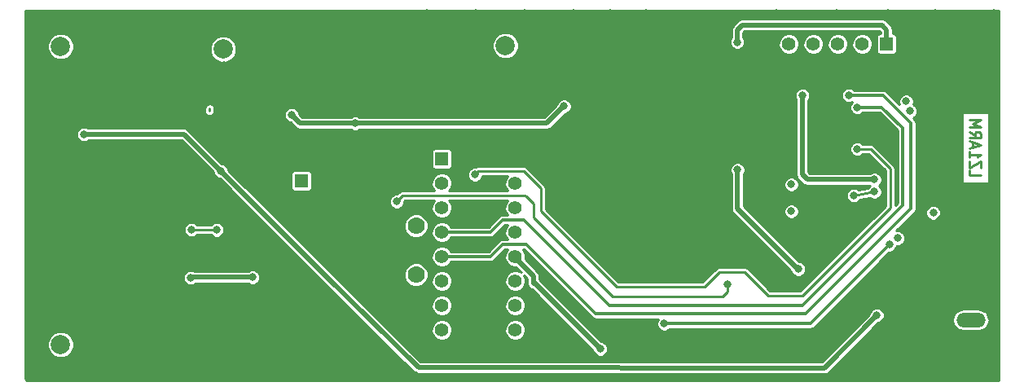
<source format=gbl>
G04 This is an RS-274x file exported by *
G04 gerbv version 2.5.0 *
G04 More information is available about gerbv at *
G04 http://gerbv.gpleda.org/ *
G04 --End of header info--*
%MOIN*%
%FSLAX23Y23*%
%IPPOS*%
G04 --Define apertures--*
%ADD10C,0.0059*%
%ADD11C,0.0118*%
%ADD12C,0.0100*%
%ADD13R,0.0550X0.0550*%
%ADD14C,0.0550*%
%ADD15C,0.0787*%
%ADD16C,0.0700*%
%ADD17C,0.0787*%
%ADD18O,0.1187X0.0593*%
%ADD19C,0.0315*%
%ADD20C,0.0197*%
%ADD21C,0.0118*%
G04 --Start main section--*
G54D12*
G01X07670Y-3893D02*
G01X07670Y-3913D01*
G01X07670Y-3913D02*
G01X07714Y-3913D01*
G01X07714Y-3882D02*
G01X07714Y-3854D01*
G01X07714Y-3854D02*
G01X07670Y-3882D01*
G01X07670Y-3882D02*
G01X07670Y-3854D01*
G01X07670Y-3814D02*
G01X07670Y-3839D01*
G01X07670Y-3827D02*
G01X07714Y-3827D01*
G01X07714Y-3827D02*
G01X07708Y-3831D01*
G01X07708Y-3831D02*
G01X07703Y-3835D01*
G01X07703Y-3835D02*
G01X07701Y-3839D01*
G01X07683Y-3798D02*
G01X07683Y-3777D01*
G01X07670Y-3802D02*
G01X07714Y-3788D01*
G01X07714Y-3788D02*
G01X07670Y-3773D01*
G01X07670Y-3734D02*
G01X07691Y-3748D01*
G01X07670Y-3759D02*
G01X07714Y-3759D01*
G01X07714Y-3759D02*
G01X07714Y-3742D01*
G01X07714Y-3742D02*
G01X07712Y-3738D01*
G01X07712Y-3738D02*
G01X07710Y-3736D01*
G01X07710Y-3736D02*
G01X07705Y-3734D01*
G01X07705Y-3734D02*
G01X07699Y-3734D01*
G01X07699Y-3734D02*
G01X07695Y-3736D01*
G01X07695Y-3736D02*
G01X07693Y-3738D01*
G01X07693Y-3738D02*
G01X07691Y-3742D01*
G01X07691Y-3742D02*
G01X07691Y-3759D01*
G01X07670Y-3715D02*
G01X07714Y-3715D01*
G01X07714Y-3715D02*
G01X07683Y-3701D01*
G01X07683Y-3701D02*
G01X07714Y-3686D01*
G01X07714Y-3686D02*
G01X07670Y-3686D01*
G54D13*
G01X04935Y-3935D03*
G54D14*
G01X05035Y-3935D03*
G54D15*
G01X03950Y-3385D03*
G01X03844Y-3279D03*
G01X03844Y-3491D03*
G01X04056Y-3491D03*
G01X04056Y-3279D03*
G01X03950Y-4605D03*
G01X03844Y-4499D03*
G01X03844Y-4711D03*
G01X04056Y-4711D03*
G01X04056Y-4499D03*
G54D13*
G01X07330Y-3375D03*
G54D14*
G01X07230Y-3375D03*
G01X07130Y-3375D03*
G01X07030Y-3375D03*
G01X06930Y-3375D03*
G01X06830Y-3375D03*
G54D13*
G01X05510Y-3845D03*
G54D14*
G01X05510Y-3945D03*
G01X05510Y-4045D03*
G01X05510Y-4145D03*
G01X05510Y-4245D03*
G01X05510Y-4345D03*
G01X05510Y-4445D03*
G01X05510Y-4545D03*
G01X05810Y-4545D03*
G01X05810Y-4445D03*
G01X05810Y-4345D03*
G01X05810Y-4245D03*
G01X05810Y-4145D03*
G01X05810Y-4045D03*
G01X05810Y-3945D03*
G01X05810Y-3845D03*
G54D16*
G01X05405Y-4120D03*
G01X05405Y-4320D03*
G54D17*
G01X05770Y-3381D03*
G01X05770Y-3578D03*
G01X04615Y-3396D03*
G01X04615Y-3593D03*
G54D18*
G01X07675Y-4605D03*
G01X07675Y-4505D03*
G54D19*
G01X06158Y-4623D03*
G01X04735Y-4330D03*
G01X04482Y-4332D03*
G01X05645Y-3910D03*
G01X07210Y-3805D03*
G01X07210Y-3635D03*
G01X07175Y-3585D03*
G01X07400Y-4573D03*
G01X05355Y-3625D03*
G01X05255Y-3640D03*
G01X05365Y-3575D03*
G01X04315Y-4740D03*
G01X04155Y-4740D03*
G01X05355Y-4740D03*
G01X05715Y-4740D03*
G01X06135Y-4740D03*
G01X07770Y-4605D03*
G01X07770Y-4730D03*
G01X07585Y-4730D03*
G01X07395Y-4735D03*
G01X07235Y-4740D03*
G01X07085Y-4740D03*
G01X06925Y-4740D03*
G01X06785Y-4740D03*
G01X06630Y-4740D03*
G01X06490Y-4740D03*
G01X06340Y-4740D03*
G01X05945Y-4740D03*
G01X05560Y-4740D03*
G01X04480Y-4740D03*
G01X04680Y-4740D03*
G01X04920Y-4740D03*
G01X05150Y-4740D03*
G01X07600Y-4260D03*
G01X07735Y-4260D03*
G01X07760Y-4400D03*
G01X06655Y-3255D03*
G01X06880Y-3250D03*
G01X07125Y-3250D03*
G01X07335Y-3250D03*
G01X07530Y-3250D03*
G01X07770Y-3250D03*
G01X07770Y-3405D03*
G01X07770Y-3570D03*
G01X07770Y-3745D03*
G01X07770Y-3915D03*
G01X07770Y-4045D03*
G01X07770Y-4235D03*
G01X04520Y-3640D03*
G01X04345Y-3585D03*
G01X04440Y-3640D03*
G01X04675Y-3650D03*
G01X05217Y-3490D03*
G01X05335Y-3475D03*
G01X04960Y-3471D03*
G01X05115Y-3573D03*
G01X05117Y-3490D03*
G01X05531Y-3626D03*
G01X06340Y-3345D03*
G01X06340Y-3425D03*
G01X06290Y-3542D03*
G01X06330Y-3490D03*
G01X06374Y-3541D03*
G01X06465Y-3630D03*
G01X06190Y-4160D03*
G01X06081Y-4154D03*
G01X05580Y-3625D03*
G01X05823Y-3649D03*
G01X05678Y-3646D03*
G01X05338Y-3297D03*
G01X05230Y-3255D03*
G01X05120Y-3255D03*
G01X05339Y-3258D03*
G01X04175Y-3542D03*
G01X04260Y-3542D03*
G01X04425Y-3542D03*
G01X04353Y-3467D03*
G01X04618Y-3463D03*
G01X04504Y-3463D03*
G01X04727Y-3457D03*
G01X04725Y-3523D03*
G01X04727Y-3594D03*
G01X07024Y-4302D03*
G01X05660Y-4564D03*
G01X05708Y-4336D03*
G01X05609Y-4438D03*
G01X05389Y-4548D03*
G01X05897Y-4550D03*
G01X05897Y-4444D03*
G01X03970Y-4268D03*
G01X03860Y-4280D03*
G01X05280Y-4220D03*
G01X04725Y-3260D03*
G01X05025Y-3270D03*
G01X06264Y-3914D03*
G01X06205Y-4015D03*
G01X06445Y-3550D03*
G01X05980Y-3755D03*
G01X05935Y-3560D03*
G01X04530Y-3975D03*
G01X04435Y-3955D03*
G01X04220Y-4105D03*
G01X04250Y-4400D03*
G01X04300Y-4600D03*
G01X04300Y-4500D03*
G01X04350Y-4600D03*
G01X04450Y-4600D03*
G01X04350Y-4500D03*
G01X04450Y-4500D03*
G01X04450Y-4400D03*
G01X04350Y-4400D03*
G01X04350Y-4300D03*
G01X04250Y-4300D03*
G01X04600Y-4400D03*
G01X04250Y-4700D03*
G01X04450Y-4700D03*
G01X04350Y-4700D03*
G01X04600Y-4600D03*
G01X04600Y-4250D03*
G01X07247Y-3870D03*
G01X07120Y-3980D03*
G01X07125Y-3883D03*
G01X07540Y-3947D03*
G01X06554Y-4237D03*
G01X06780Y-4260D03*
G01X07091Y-4545D03*
G01X07580Y-4460D03*
G01X07500Y-4460D03*
G01X07600Y-4040D03*
G01X07480Y-4160D03*
G01X05120Y-4020D03*
G01X05640Y-3780D03*
G01X05520Y-3780D03*
G01X05360Y-3780D03*
G01X05240Y-3780D03*
G01X05120Y-3780D03*
G01X05120Y-3840D03*
G01X04980Y-3840D03*
G01X04080Y-3840D03*
G01X04780Y-3980D03*
G01X04780Y-3860D03*
G01X04680Y-3880D03*
G01X04680Y-4060D03*
G01X04615Y-3593D03*
G01X04540Y-3260D03*
G01X04340Y-3260D03*
G01X04160Y-3260D03*
G01X04240Y-3260D03*
G01X04440Y-3260D03*
G01X04640Y-3260D03*
G01X05450Y-3250D03*
G01X05850Y-3250D03*
G01X06200Y-3250D03*
G01X06551Y-3549D03*
G01X06554Y-3440D03*
G01X06551Y-3347D03*
G01X06345Y-3250D03*
G01X06480Y-3255D03*
G01X06050Y-3250D03*
G01X05650Y-3250D03*
G01X06330Y-4094D03*
G01X06768Y-3812D03*
G01X06791Y-3722D03*
G01X06792Y-3655D03*
G01X06767Y-3758D03*
G01X06767Y-3933D03*
G01X07500Y-3698D03*
G01X07553Y-3497D03*
G01X07603Y-3416D03*
G01X07551Y-3600D03*
G01X07496Y-3747D03*
G01X07606Y-3269D03*
G01X06286Y-4276D03*
G01X06677Y-4575D03*
G01X06020Y-4422D03*
G01X06551Y-4149D03*
G01X06551Y-4047D03*
G01X06554Y-3848D03*
G01X06551Y-3951D03*
G01X06551Y-3750D03*
G01X06551Y-3650D03*
G01X06680Y-4360D03*
G01X05325Y-4020D03*
G01X06940Y-3950D03*
G01X07280Y-3980D03*
G01X07195Y-3995D03*
G01X07375Y-4170D03*
G01X07280Y-3930D03*
G01X06985Y-3585D03*
G01X07521Y-4066D03*
G01X07425Y-3650D03*
G01X07410Y-3610D03*
G01X04486Y-4135D03*
G01X04588Y-4136D03*
G01X06940Y-4060D03*
G01X06010Y-3630D03*
G01X04895Y-3665D03*
G01X05155Y-3700D03*
G01X07341Y-4196D03*
G01X06420Y-4520D03*
G01X06719Y-3367D03*
G01X06720Y-3890D03*
G01X06968Y-4296D03*
G01X04045Y-3745D03*
G01X07290Y-4485D03*
G01X04605Y-3895D03*
G54D12*
G01X04558Y-3650D02*
G01X04560Y-3648D01*
G01X04560Y-3648D02*
G01X04560Y-3640D01*
G54D20*
G01X05810Y-4245D02*
G01X05810Y-4250D01*
G01X05885Y-4350D02*
G01X06158Y-4623D01*
G01X05885Y-4350D02*
G01X05885Y-4350D01*
G01X05885Y-4355D02*
G01X05885Y-4350D01*
G01X05885Y-4325D02*
G01X05885Y-4355D01*
G01X05810Y-4250D02*
G01X05885Y-4325D01*
G01X04735Y-4330D02*
G01X04487Y-4330D01*
G01X04485Y-4332D02*
G01X04482Y-4332D01*
G01X04487Y-4330D02*
G01X04485Y-4332D01*
G54D12*
G01X07265Y-3805D02*
G01X07210Y-3805D01*
G01X07345Y-3885D02*
G01X07265Y-3805D01*
G01X07345Y-4045D02*
G01X07345Y-3885D01*
G01X06985Y-4405D02*
G01X07345Y-4045D01*
G01X06845Y-4405D02*
G01X06985Y-4405D01*
G01X06750Y-4310D02*
G01X06845Y-4405D01*
G01X06645Y-4310D02*
G01X06750Y-4310D01*
G01X06585Y-4370D02*
G01X06645Y-4310D01*
G01X06225Y-4370D02*
G01X06585Y-4370D01*
G01X05915Y-4060D02*
G01X06225Y-4370D01*
G01X05915Y-3965D02*
G01X05915Y-4060D01*
G01X05845Y-3895D02*
G01X05915Y-3965D01*
G01X05660Y-3895D02*
G01X05845Y-3895D01*
G01X05645Y-3910D02*
G01X05660Y-3895D01*
G54D21*
G01X05510Y-4145D02*
G01X05710Y-4145D01*
G01X07310Y-3635D02*
G01X07210Y-3635D01*
G01X07395Y-3720D02*
G01X07310Y-3635D01*
G01X07395Y-4035D02*
G01X07395Y-3720D01*
G01X06985Y-4445D02*
G01X07395Y-4035D01*
G01X06195Y-4445D02*
G01X06985Y-4445D01*
G01X05845Y-4095D02*
G01X06195Y-4445D01*
G01X05760Y-4095D02*
G01X05845Y-4095D01*
G01X05710Y-4145D02*
G01X05760Y-4095D01*
G01X05510Y-4245D02*
G01X05710Y-4245D01*
G01X07315Y-3585D02*
G01X07175Y-3585D01*
G01X07430Y-3700D02*
G01X07315Y-3585D01*
G01X07430Y-4050D02*
G01X07430Y-3700D01*
G01X07000Y-4480D02*
G01X07430Y-4050D01*
G01X06140Y-4480D02*
G01X07000Y-4480D01*
G01X05855Y-4195D02*
G01X06140Y-4480D01*
G01X05760Y-4195D02*
G01X05855Y-4195D01*
G01X05710Y-4245D02*
G01X05760Y-4195D01*
G54D12*
G01X07400Y-4573D02*
G01X07400Y-4575D01*
G01X05355Y-3625D02*
G01X05355Y-3585D01*
G01X05355Y-3585D02*
G01X05365Y-3575D01*
G01X04315Y-4740D02*
G01X04155Y-4740D01*
G01X05945Y-4740D02*
G01X06135Y-4740D01*
G01X06135Y-4740D02*
G01X06340Y-4740D01*
G01X07770Y-4605D02*
G01X07770Y-4730D01*
G01X07585Y-4730D02*
G01X07580Y-4735D01*
G01X07580Y-4735D02*
G01X07395Y-4735D01*
G01X07235Y-4740D02*
G01X07085Y-4740D01*
G01X06925Y-4740D02*
G01X06785Y-4740D01*
G01X06630Y-4740D02*
G01X06490Y-4740D01*
G01X05715Y-4740D02*
G01X05945Y-4740D01*
G01X05355Y-4740D02*
G01X05560Y-4740D01*
G01X04680Y-4740D02*
G01X04480Y-4740D01*
G01X05150Y-4740D02*
G01X04920Y-4740D01*
G54D20*
G01X07600Y-4260D02*
G01X07600Y-4260D01*
G01X07600Y-4260D02*
G01X07735Y-4260D01*
G54D12*
G01X06875Y-3255D02*
G01X06655Y-3255D01*
G01X06880Y-3250D02*
G01X06875Y-3255D01*
G01X07335Y-3250D02*
G01X07125Y-3250D01*
G01X07770Y-3250D02*
G01X07530Y-3250D01*
G01X07770Y-3570D02*
G01X07770Y-3405D01*
G01X07770Y-3915D02*
G01X07770Y-3745D01*
G01X07770Y-4235D02*
G01X07770Y-4045D01*
G54D20*
G01X04618Y-3593D02*
G01X04675Y-3650D01*
G01X04618Y-3593D02*
G01X04615Y-3593D01*
G01X05324Y-3475D02*
G01X05309Y-3490D01*
G01X05309Y-3490D02*
G01X05217Y-3490D01*
G01X05335Y-3475D02*
G01X05335Y-3475D01*
G01X05335Y-3475D02*
G01X05324Y-3475D01*
G01X05115Y-3492D02*
G01X05115Y-3573D01*
G01X05117Y-3490D02*
G01X05115Y-3492D01*
G01X06340Y-3345D02*
G01X06339Y-3424D01*
G01X06339Y-3424D02*
G01X06340Y-3425D01*
G01X06330Y-3490D02*
G01X06330Y-3498D01*
G01X06330Y-3498D02*
G01X06374Y-3541D01*
G01X06190Y-4160D02*
G01X06087Y-4160D01*
G01X06087Y-4160D02*
G01X06081Y-4154D01*
G01X05580Y-3625D02*
G01X05657Y-3625D01*
G01X05657Y-3625D02*
G01X05678Y-3646D01*
G01X05338Y-3297D02*
G01X05225Y-3297D01*
G01X05225Y-3297D02*
G01X05230Y-3255D01*
G01X05338Y-3297D02*
G01X05338Y-3259D01*
G01X05338Y-3259D02*
G01X05339Y-3258D01*
G01X04175Y-3542D02*
G01X04175Y-3543D01*
G01X04260Y-3542D02*
G01X04260Y-3543D01*
G01X04425Y-3542D02*
G01X04425Y-3543D01*
G01X04618Y-3463D02*
G01X04504Y-3463D01*
G01X04615Y-3593D02*
G01X04726Y-3593D01*
G01X04727Y-3521D02*
G01X04727Y-3457D01*
G01X04725Y-3523D02*
G01X04727Y-3521D01*
G01X04726Y-3593D02*
G01X04727Y-3594D01*
G01X07126Y-4039D02*
G01X07126Y-4156D01*
G01X07024Y-4258D02*
G01X07024Y-4302D01*
G01X07126Y-4156D02*
G01X07024Y-4258D01*
G01X05660Y-4564D02*
G01X05660Y-4490D01*
G01X05660Y-4612D02*
G01X05660Y-4564D01*
G01X05660Y-4490D02*
G01X05609Y-4438D01*
G01X05660Y-4612D02*
G01X05632Y-4612D01*
G01X05477Y-4636D02*
G01X05389Y-4548D01*
G01X05608Y-4636D02*
G01X05477Y-4636D01*
G01X05632Y-4612D02*
G01X05608Y-4636D01*
G01X05897Y-4550D02*
G01X05897Y-4573D01*
G01X05665Y-4617D02*
G01X05660Y-4612D01*
G01X05853Y-4617D02*
G01X05665Y-4617D01*
G01X05897Y-4573D02*
G01X05853Y-4617D01*
G01X05897Y-4444D02*
G01X05897Y-4550D01*
G54D12*
G01X03970Y-4268D02*
G01X03970Y-4270D01*
G54D21*
G01X06264Y-3914D02*
G01X06256Y-3914D01*
G01X06205Y-3965D02*
G01X06205Y-4015D01*
G01X06256Y-3914D02*
G01X06205Y-3965D01*
G01X06551Y-3549D02*
G01X06446Y-3549D01*
G01X06446Y-3549D02*
G01X06445Y-3550D01*
G01X04435Y-3955D02*
G01X04511Y-3955D01*
G01X04511Y-3955D02*
G01X04530Y-3975D01*
G01X04435Y-3955D02*
G01X04435Y-3955D01*
G01X04300Y-4600D02*
G01X04300Y-4500D01*
G01X04350Y-4500D02*
G01X04450Y-4600D01*
G01X04450Y-4400D02*
G01X04450Y-4500D01*
G01X04350Y-4300D02*
G01X04350Y-4400D01*
G01X04250Y-4400D02*
G01X04250Y-4300D01*
G01X04250Y-4700D02*
G01X04350Y-4700D01*
G01X04550Y-4600D02*
G01X04600Y-4600D01*
G01X04450Y-4700D02*
G01X04550Y-4600D01*
G54D12*
G01X07247Y-3870D02*
G01X07138Y-3870D01*
G01X07120Y-4033D02*
G01X07126Y-4039D01*
G01X07126Y-4039D02*
G01X07142Y-4055D01*
G01X07142Y-4055D02*
G01X07267Y-4055D01*
G01X07267Y-4055D02*
G01X07320Y-4002D01*
G01X07320Y-4002D02*
G01X07320Y-3904D01*
G01X07320Y-3904D02*
G01X07286Y-3870D01*
G01X07286Y-3870D02*
G01X07247Y-3870D01*
G01X07120Y-3980D02*
G01X07120Y-4033D01*
G01X07138Y-3870D02*
G01X07125Y-3883D01*
G01X07540Y-3947D02*
G01X07540Y-3940D01*
G54D20*
G01X06554Y-4237D02*
G01X06757Y-4237D01*
G54D12*
G01X06551Y-4234D02*
G01X06554Y-4237D01*
G01X06551Y-4149D02*
G01X06551Y-4234D01*
G54D20*
G01X06757Y-4237D02*
G01X06780Y-4260D01*
G01X07100Y-4540D02*
G01X07096Y-4540D01*
G01X07096Y-4540D02*
G01X07091Y-4545D01*
G01X07675Y-4605D02*
G01X07545Y-4605D01*
G01X07500Y-4560D02*
G01X07500Y-4460D01*
G01X07545Y-4605D02*
G01X07500Y-4560D01*
G01X07600Y-4040D02*
G01X07480Y-4160D01*
G01X05360Y-3780D02*
G01X05520Y-3780D01*
G01X05120Y-3780D02*
G01X05240Y-3780D01*
G01X04980Y-3840D02*
G01X05120Y-3840D01*
G01X04780Y-3860D02*
G01X04700Y-3860D01*
G01X04700Y-3860D02*
G01X04680Y-3880D01*
G01X04780Y-3980D02*
G01X04680Y-3880D01*
G01X04121Y-3279D02*
G01X04160Y-3260D01*
G01X04121Y-3279D02*
G01X04056Y-3279D01*
G01X04340Y-3260D02*
G01X04240Y-3260D01*
G01X04540Y-3260D02*
G01X04440Y-3260D01*
G01X05450Y-3250D02*
G01X05429Y-3271D01*
G01X05850Y-3250D02*
G01X05651Y-3251D01*
G01X06050Y-3250D02*
G01X06200Y-3250D01*
G01X06203Y-3253D02*
G01X06200Y-3250D01*
G01X06551Y-3347D02*
G01X06545Y-3347D01*
G54D12*
G01X06554Y-3440D02*
G01X06551Y-3437D01*
G01X06551Y-3437D02*
G01X06551Y-3347D01*
G01X06551Y-3650D02*
G01X06551Y-3549D01*
G54D20*
G01X06545Y-3347D02*
G01X06480Y-3255D01*
G01X06345Y-3250D02*
G01X06203Y-3253D01*
G01X05651Y-3251D02*
G01X05650Y-3250D01*
G01X05403Y-3297D02*
G01X05338Y-3297D01*
G01X05429Y-3271D02*
G01X05403Y-3297D01*
G54D12*
G01X06768Y-3812D02*
G01X06768Y-3932D01*
G01X06791Y-3722D02*
G01X06791Y-3734D01*
G01X06551Y-3650D02*
G01X06787Y-3650D01*
G01X06787Y-3650D02*
G01X06792Y-3655D01*
G01X06791Y-3734D02*
G01X06767Y-3758D01*
G01X06768Y-3932D02*
G01X06767Y-3933D01*
G01X07551Y-3647D02*
G01X07500Y-3698D01*
G01X07603Y-3447D02*
G01X07553Y-3497D01*
G01X07603Y-3416D02*
G01X07603Y-3447D01*
G01X07551Y-3600D02*
G01X07551Y-3647D01*
G01X07606Y-3413D02*
G01X07603Y-3416D01*
G01X07606Y-3269D02*
G01X07606Y-3413D01*
G01X07603Y-3416D02*
G01X07606Y-3413D01*
G01X06677Y-4575D02*
G01X06175Y-4575D01*
G01X06675Y-4575D02*
G01X06677Y-4575D01*
G01X06022Y-4422D02*
G01X06020Y-4422D01*
G01X06175Y-4575D02*
G01X06022Y-4422D01*
G01X06552Y-4160D02*
G01X06552Y-4150D01*
G01X06552Y-4150D02*
G01X06551Y-4149D01*
G01X06551Y-3845D02*
G01X06554Y-3848D01*
G01X06551Y-3750D02*
G01X06551Y-3845D01*
G01X06551Y-4047D02*
G01X06551Y-3951D01*
G01X06551Y-3750D02*
G01X06551Y-3747D01*
G01X05885Y-4030D02*
G01X05885Y-4085D01*
G01X05885Y-4085D02*
G01X06210Y-4410D01*
G01X06210Y-4410D02*
G01X06660Y-4410D01*
G01X06660Y-4410D02*
G01X06680Y-4390D01*
G01X06680Y-4390D02*
G01X06680Y-4360D01*
G01X05850Y-3995D02*
G01X05855Y-4000D01*
G01X05350Y-3995D02*
G01X05850Y-3995D01*
G01X05325Y-4020D02*
G01X05350Y-3995D01*
G01X05855Y-4000D02*
G01X05885Y-4030D01*
G01X07280Y-3980D02*
G01X07195Y-3995D01*
G54D20*
G01X06985Y-3585D02*
G01X06985Y-3580D01*
G01X06985Y-3580D02*
G01X06985Y-3665D01*
G01X06985Y-3665D02*
G01X06985Y-3910D01*
G01X06985Y-3910D02*
G01X07005Y-3930D01*
G01X07005Y-3930D02*
G01X07280Y-3930D01*
G54D12*
G01X04587Y-4135D02*
G01X04486Y-4135D01*
G01X04588Y-4136D02*
G01X04587Y-4135D01*
G54D20*
G01X05155Y-3700D02*
G01X05940Y-3700D01*
G01X05940Y-3700D02*
G01X06010Y-3630D01*
G01X04930Y-3700D02*
G01X05155Y-3700D01*
G01X04895Y-3665D02*
G01X04930Y-3700D01*
G54D21*
G01X07020Y-4520D02*
G01X07341Y-4196D01*
G01X06420Y-4520D02*
G01X07020Y-4520D01*
G54D20*
G01X07330Y-3375D02*
G01X07330Y-3317D01*
G01X06719Y-3319D02*
G01X06719Y-3367D01*
G01X06740Y-3298D02*
G01X06719Y-3319D01*
G01X07311Y-3298D02*
G01X06740Y-3298D01*
G01X07330Y-3317D02*
G01X07311Y-3298D01*
G01X06720Y-3890D02*
G01X06720Y-4050D01*
G01X06720Y-4050D02*
G01X06970Y-4300D01*
G01X06970Y-4300D02*
G01X06968Y-4296D01*
G01X04605Y-3895D02*
G01X04455Y-3745D01*
G01X04050Y-3745D02*
G01X04045Y-3745D01*
G01X04455Y-3745D02*
G01X04050Y-3745D01*
G01X07077Y-4701D02*
G01X07290Y-4485D01*
G01X04605Y-3895D02*
G01X05030Y-4320D01*
G01X05414Y-4700D02*
G01X05414Y-4699D01*
G01X05030Y-4320D02*
G01X05414Y-4700D01*
G01X05414Y-4699D02*
G01X07077Y-4701D01*
G54D10*
G36*
G01X07788Y-4752D02*
G01X07751Y-4752D01*
G01X07751Y-4505D01*
G01X07750Y-4502D01*
G01X07750Y-3944D01*
G01X07750Y-3656D01*
G01X07640Y-3656D01*
G01X07640Y-3944D01*
G01X07750Y-3944D01*
G01X07750Y-4502D01*
G01X07747Y-4488D01*
G01X07738Y-4473D01*
G01X07723Y-4464D01*
G01X07706Y-4460D01*
G01X07644Y-4460D01*
G01X07627Y-4464D01*
G01X07612Y-4473D01*
G01X07603Y-4488D01*
G01X07599Y-4505D01*
G01X07603Y-4522D01*
G01X07612Y-4536D01*
G01X07627Y-4546D01*
G01X07644Y-4550D01*
G01X07706Y-4550D01*
G01X07723Y-4546D01*
G01X07738Y-4536D01*
G01X07747Y-4522D01*
G01X07751Y-4505D01*
G01X07751Y-4752D01*
G01X07552Y-4752D01*
G01X07552Y-4060D01*
G01X07547Y-4049D01*
G01X07538Y-4040D01*
G01X07527Y-4036D01*
G01X07515Y-4036D01*
G01X07504Y-4040D01*
G01X07495Y-4049D01*
G01X07490Y-4060D01*
G01X07490Y-4072D01*
G01X07495Y-4084D01*
G01X07504Y-4093D01*
G01X07515Y-4097D01*
G01X07527Y-4097D01*
G01X07538Y-4093D01*
G01X07547Y-4084D01*
G01X07552Y-4073D01*
G01X07552Y-4060D01*
G01X07552Y-4752D01*
G01X07456Y-4752D01*
G01X07456Y-3644D01*
G01X07451Y-3633D01*
G01X07442Y-3624D01*
G01X07438Y-3622D01*
G01X07441Y-3616D01*
G01X07441Y-3604D01*
G01X07436Y-3593D01*
G01X07427Y-3584D01*
G01X07416Y-3579D01*
G01X07404Y-3579D01*
G01X07393Y-3584D01*
G01X07384Y-3592D01*
G01X07379Y-3604D01*
G01X07379Y-3616D01*
G01X07382Y-3622D01*
G01X07373Y-3613D01*
G01X07373Y-3405D01*
G01X07373Y-3399D01*
G01X07373Y-3344D01*
G01X07370Y-3339D01*
G01X07366Y-3335D01*
G01X07360Y-3332D01*
G01X07355Y-3332D01*
G01X07355Y-3317D01*
G01X07353Y-3307D01*
G01X07353Y-3307D01*
G01X07351Y-3305D01*
G01X07348Y-3299D01*
G01X07348Y-3299D01*
G01X07329Y-3280D01*
G01X07321Y-3275D01*
G01X07311Y-3273D01*
G01X06740Y-3273D01*
G01X06730Y-3275D01*
G01X06722Y-3280D01*
G01X06701Y-3302D01*
G01X06696Y-3310D01*
G01X06694Y-3319D01*
G01X06694Y-3348D01*
G01X06692Y-3349D01*
G01X06688Y-3361D01*
G01X06688Y-3373D01*
G01X06692Y-3384D01*
G01X06701Y-3393D01*
G01X06712Y-3398D01*
G01X06725Y-3398D01*
G01X06736Y-3393D01*
G01X06745Y-3384D01*
G01X06749Y-3373D01*
G01X06749Y-3361D01*
G01X06745Y-3350D01*
G01X06743Y-3348D01*
G01X06743Y-3330D01*
G01X06750Y-3323D01*
G01X07301Y-3323D01*
G01X07305Y-3327D01*
G01X07305Y-3332D01*
G01X07300Y-3332D01*
G01X07294Y-3335D01*
G01X07290Y-3339D01*
G01X07288Y-3344D01*
G01X07288Y-3350D01*
G01X07288Y-3405D01*
G01X07290Y-3411D01*
G01X07294Y-3415D01*
G01X07300Y-3417D01*
G01X07305Y-3417D01*
G01X07360Y-3417D01*
G01X07366Y-3415D01*
G01X07370Y-3411D01*
G01X07373Y-3405D01*
G01X07373Y-3613D01*
G01X07330Y-3570D01*
G01X07323Y-3566D01*
G01X07315Y-3564D01*
G01X07273Y-3564D01*
G01X07273Y-3366D01*
G01X07266Y-3351D01*
G01X07254Y-3339D01*
G01X07238Y-3332D01*
G01X07222Y-3332D01*
G01X07206Y-3339D01*
G01X07194Y-3351D01*
G01X07188Y-3366D01*
G01X07187Y-3383D01*
G01X07194Y-3399D01*
G01X07206Y-3411D01*
G01X07222Y-3417D01*
G01X07238Y-3417D01*
G01X07254Y-3411D01*
G01X07266Y-3399D01*
G01X07272Y-3383D01*
G01X07273Y-3366D01*
G01X07273Y-3564D01*
G01X07198Y-3564D01*
G01X07192Y-3559D01*
G01X07181Y-3554D01*
G01X07173Y-3554D01*
G01X07173Y-3366D01*
G01X07166Y-3351D01*
G01X07154Y-3339D01*
G01X07138Y-3332D01*
G01X07122Y-3332D01*
G01X07106Y-3339D01*
G01X07094Y-3351D01*
G01X07088Y-3366D01*
G01X07087Y-3383D01*
G01X07094Y-3399D01*
G01X07106Y-3411D01*
G01X07122Y-3417D01*
G01X07138Y-3417D01*
G01X07154Y-3411D01*
G01X07166Y-3399D01*
G01X07172Y-3383D01*
G01X07173Y-3366D01*
G01X07173Y-3554D01*
G01X07169Y-3554D01*
G01X07158Y-3559D01*
G01X07149Y-3567D01*
G01X07144Y-3579D01*
G01X07144Y-3591D01*
G01X07149Y-3602D01*
G01X07158Y-3611D01*
G01X07169Y-3616D01*
G01X07181Y-3616D01*
G01X07189Y-3612D01*
G01X07184Y-3617D01*
G01X07179Y-3629D01*
G01X07179Y-3641D01*
G01X07184Y-3652D01*
G01X07193Y-3661D01*
G01X07204Y-3666D01*
G01X07216Y-3666D01*
G01X07227Y-3661D01*
G01X07233Y-3656D01*
G01X07301Y-3656D01*
G01X07374Y-3729D01*
G01X07374Y-4026D01*
G01X07365Y-4035D01*
G01X07365Y-3885D01*
G01X07363Y-3877D01*
G01X07359Y-3871D01*
G01X07279Y-3791D01*
G01X07273Y-3786D01*
G01X07265Y-3785D01*
G01X07233Y-3785D01*
G01X07227Y-3779D01*
G01X07216Y-3774D01*
G01X07204Y-3774D01*
G01X07193Y-3779D01*
G01X07184Y-3787D01*
G01X07179Y-3799D01*
G01X07179Y-3811D01*
G01X07184Y-3822D01*
G01X07193Y-3831D01*
G01X07204Y-3836D01*
G01X07216Y-3836D01*
G01X07227Y-3831D01*
G01X07233Y-3825D01*
G01X07257Y-3825D01*
G01X07325Y-3893D01*
G01X07325Y-4037D01*
G01X07311Y-4051D01*
G01X07311Y-3974D01*
G01X07306Y-3963D01*
G01X07298Y-3955D01*
G01X07306Y-3947D01*
G01X07311Y-3936D01*
G01X07311Y-3924D01*
G01X07306Y-3913D01*
G01X07297Y-3904D01*
G01X07286Y-3899D01*
G01X07274Y-3899D01*
G01X07263Y-3904D01*
G01X07261Y-3905D01*
G01X07073Y-3905D01*
G01X07073Y-3366D01*
G01X07066Y-3351D01*
G01X07054Y-3339D01*
G01X07038Y-3332D01*
G01X07022Y-3332D01*
G01X07006Y-3339D01*
G01X06994Y-3351D01*
G01X06988Y-3366D01*
G01X06987Y-3383D01*
G01X06994Y-3399D01*
G01X07006Y-3411D01*
G01X07022Y-3417D01*
G01X07038Y-3417D01*
G01X07054Y-3411D01*
G01X07066Y-3399D01*
G01X07072Y-3383D01*
G01X07073Y-3366D01*
G01X07073Y-3905D01*
G01X07015Y-3905D01*
G01X07010Y-3900D01*
G01X07010Y-3665D01*
G01X07010Y-3604D01*
G01X07011Y-3602D01*
G01X07016Y-3591D01*
G01X07016Y-3579D01*
G01X07011Y-3568D01*
G01X07002Y-3559D01*
G01X06991Y-3554D01*
G01X06979Y-3554D01*
G01X06973Y-3557D01*
G01X06973Y-3366D01*
G01X06966Y-3351D01*
G01X06954Y-3339D01*
G01X06938Y-3332D01*
G01X06922Y-3332D01*
G01X06906Y-3339D01*
G01X06894Y-3351D01*
G01X06888Y-3366D01*
G01X06887Y-3383D01*
G01X06894Y-3399D01*
G01X06906Y-3411D01*
G01X06922Y-3417D01*
G01X06938Y-3417D01*
G01X06954Y-3411D01*
G01X06966Y-3399D01*
G01X06972Y-3383D01*
G01X06973Y-3366D01*
G01X06973Y-3557D01*
G01X06968Y-3559D01*
G01X06959Y-3567D01*
G01X06954Y-3579D01*
G01X06954Y-3591D01*
G01X06959Y-3602D01*
G01X06960Y-3604D01*
G01X06960Y-3665D01*
G01X06960Y-3910D01*
G01X06962Y-3919D01*
G01X06967Y-3927D01*
G01X06987Y-3947D01*
G01X06987Y-3947D01*
G01X06993Y-3951D01*
G01X06995Y-3953D01*
G01X06995Y-3953D01*
G01X07005Y-3955D01*
G01X07261Y-3955D01*
G01X07262Y-3955D01*
G01X07254Y-3962D01*
G01X07253Y-3964D01*
G01X07215Y-3971D01*
G01X07212Y-3969D01*
G01X07201Y-3964D01*
G01X07189Y-3964D01*
G01X07178Y-3969D01*
G01X07169Y-3977D01*
G01X07164Y-3989D01*
G01X07164Y-4001D01*
G01X07169Y-4012D01*
G01X07178Y-4021D01*
G01X07189Y-4026D01*
G01X07201Y-4026D01*
G01X07212Y-4021D01*
G01X07221Y-4012D01*
G01X07222Y-4011D01*
G01X07260Y-4004D01*
G01X07263Y-4006D01*
G01X07274Y-4011D01*
G01X07286Y-4011D01*
G01X07297Y-4006D01*
G01X07306Y-3997D01*
G01X07311Y-3986D01*
G01X07311Y-3974D01*
G01X07311Y-4051D01*
G01X06999Y-4363D01*
G01X06999Y-4290D01*
G01X06994Y-4279D01*
G01X06985Y-4270D01*
G01X06974Y-4266D01*
G01X06971Y-4266D01*
G01X06971Y-4266D01*
G01X06971Y-4054D01*
G01X06971Y-3944D01*
G01X06966Y-3933D01*
G01X06957Y-3924D01*
G01X06946Y-3919D01*
G01X06934Y-3919D01*
G01X06923Y-3924D01*
G01X06914Y-3932D01*
G01X06909Y-3944D01*
G01X06909Y-3956D01*
G01X06914Y-3967D01*
G01X06923Y-3976D01*
G01X06934Y-3981D01*
G01X06946Y-3981D01*
G01X06957Y-3976D01*
G01X06966Y-3967D01*
G01X06971Y-3956D01*
G01X06971Y-3944D01*
G01X06971Y-4054D01*
G01X06966Y-4043D01*
G01X06957Y-4034D01*
G01X06946Y-4029D01*
G01X06934Y-4029D01*
G01X06923Y-4034D01*
G01X06914Y-4043D01*
G01X06909Y-4054D01*
G01X06909Y-4066D01*
G01X06914Y-4077D01*
G01X06923Y-4086D01*
G01X06934Y-4091D01*
G01X06946Y-4091D01*
G01X06957Y-4086D01*
G01X06966Y-4077D01*
G01X06971Y-4066D01*
G01X06971Y-4054D01*
G01X06971Y-4266D01*
G01X06745Y-4040D01*
G01X06745Y-3909D01*
G01X06746Y-3907D01*
G01X06751Y-3896D01*
G01X06751Y-3884D01*
G01X06746Y-3873D01*
G01X06737Y-3864D01*
G01X06726Y-3859D01*
G01X06714Y-3859D01*
G01X06703Y-3864D01*
G01X06694Y-3872D01*
G01X06689Y-3884D01*
G01X06689Y-3896D01*
G01X06694Y-3907D01*
G01X06695Y-3909D01*
G01X06695Y-4050D01*
G01X06697Y-4059D01*
G01X06702Y-4067D01*
G01X06937Y-4302D01*
G01X06937Y-4302D01*
G01X06942Y-4314D01*
G01X06951Y-4322D01*
G01X06962Y-4327D01*
G01X06974Y-4327D01*
G01X06985Y-4322D01*
G01X06994Y-4314D01*
G01X06999Y-4303D01*
G01X06999Y-4290D01*
G01X06999Y-4363D01*
G01X06977Y-4385D01*
G01X06853Y-4385D01*
G01X06764Y-4296D01*
G01X06758Y-4291D01*
G01X06750Y-4290D01*
G01X06645Y-4290D01*
G01X06637Y-4291D01*
G01X06635Y-4293D01*
G01X06631Y-4296D01*
G01X06577Y-4350D01*
G01X06233Y-4350D01*
G01X06041Y-4157D01*
G01X06041Y-3624D01*
G01X06036Y-3613D01*
G01X06027Y-3604D01*
G01X06016Y-3599D01*
G01X06004Y-3599D01*
G01X05993Y-3604D01*
G01X05984Y-3612D01*
G01X05979Y-3624D01*
G01X05979Y-3626D01*
G01X05930Y-3675D01*
G01X05824Y-3675D01*
G01X05824Y-3371D01*
G01X05816Y-3351D01*
G01X05801Y-3335D01*
G01X05781Y-3327D01*
G01X05759Y-3327D01*
G01X05739Y-3335D01*
G01X05724Y-3351D01*
G01X05716Y-3371D01*
G01X05716Y-3392D01*
G01X05724Y-3412D01*
G01X05739Y-3428D01*
G01X05759Y-3436D01*
G01X05781Y-3436D01*
G01X05801Y-3428D01*
G01X05816Y-3412D01*
G01X05824Y-3392D01*
G01X05824Y-3371D01*
G01X05824Y-3675D01*
G01X05174Y-3675D01*
G01X05172Y-3674D01*
G01X05161Y-3669D01*
G01X05149Y-3669D01*
G01X05138Y-3674D01*
G01X05136Y-3675D01*
G01X04940Y-3675D01*
G01X04926Y-3661D01*
G01X04926Y-3659D01*
G01X04921Y-3648D01*
G01X04912Y-3639D01*
G01X04901Y-3634D01*
G01X04889Y-3634D01*
G01X04878Y-3639D01*
G01X04869Y-3647D01*
G01X04864Y-3659D01*
G01X04864Y-3671D01*
G01X04869Y-3682D01*
G01X04878Y-3691D01*
G01X04889Y-3696D01*
G01X04891Y-3696D01*
G01X04912Y-3717D01*
G01X04920Y-3723D01*
G01X04930Y-3725D01*
G01X05136Y-3725D01*
G01X05138Y-3726D01*
G01X05149Y-3731D01*
G01X05161Y-3731D01*
G01X05172Y-3726D01*
G01X05174Y-3725D01*
G01X05940Y-3725D01*
G01X05940Y-3725D01*
G01X05950Y-3723D01*
G01X05958Y-3717D01*
G01X06014Y-3661D01*
G01X06016Y-3661D01*
G01X06027Y-3656D01*
G01X06036Y-3647D01*
G01X06041Y-3636D01*
G01X06041Y-3624D01*
G01X06041Y-4157D01*
G01X05935Y-4052D01*
G01X05935Y-3965D01*
G01X05933Y-3957D01*
G01X05929Y-3951D01*
G01X05859Y-3881D01*
G01X05853Y-3876D01*
G01X05845Y-3875D01*
G01X05660Y-3875D01*
G01X05654Y-3876D01*
G01X05652Y-3876D01*
G01X05648Y-3879D01*
G01X05648Y-3879D01*
G01X05639Y-3879D01*
G01X05628Y-3884D01*
G01X05619Y-3892D01*
G01X05614Y-3904D01*
G01X05614Y-3916D01*
G01X05619Y-3927D01*
G01X05628Y-3936D01*
G01X05639Y-3941D01*
G01X05651Y-3941D01*
G01X05662Y-3936D01*
G01X05671Y-3927D01*
G01X05676Y-3916D01*
G01X05676Y-3915D01*
G01X05780Y-3915D01*
G01X05774Y-3921D01*
G01X05768Y-3936D01*
G01X05767Y-3953D01*
G01X05774Y-3969D01*
G01X05780Y-3975D01*
G01X05540Y-3975D01*
G01X05546Y-3969D01*
G01X05552Y-3953D01*
G01X05553Y-3936D01*
G01X05553Y-3936D01*
G01X05553Y-3875D01*
G01X05553Y-3869D01*
G01X05553Y-3814D01*
G01X05550Y-3809D01*
G01X05546Y-3805D01*
G01X05540Y-3802D01*
G01X05535Y-3802D01*
G01X05480Y-3802D01*
G01X05474Y-3805D01*
G01X05470Y-3809D01*
G01X05468Y-3814D01*
G01X05468Y-3820D01*
G01X05468Y-3875D01*
G01X05470Y-3881D01*
G01X05474Y-3885D01*
G01X05480Y-3887D01*
G01X05485Y-3887D01*
G01X05540Y-3887D01*
G01X05546Y-3885D01*
G01X05550Y-3881D01*
G01X05553Y-3875D01*
G01X05553Y-3936D01*
G01X05546Y-3921D01*
G01X05534Y-3909D01*
G01X05518Y-3902D01*
G01X05502Y-3902D01*
G01X05486Y-3909D01*
G01X05474Y-3921D01*
G01X05468Y-3936D01*
G01X05467Y-3953D01*
G01X05474Y-3969D01*
G01X05480Y-3975D01*
G01X05350Y-3975D01*
G01X05342Y-3976D01*
G01X05336Y-3981D01*
G01X05327Y-3989D01*
G01X05319Y-3989D01*
G01X05308Y-3994D01*
G01X05299Y-4003D01*
G01X05294Y-4014D01*
G01X05294Y-4026D01*
G01X05299Y-4037D01*
G01X05308Y-4046D01*
G01X05319Y-4051D01*
G01X05331Y-4051D01*
G01X05342Y-4046D01*
G01X05351Y-4037D01*
G01X05356Y-4026D01*
G01X05356Y-4017D01*
G01X05358Y-4015D01*
G01X05480Y-4015D01*
G01X05474Y-4021D01*
G01X05468Y-4036D01*
G01X05467Y-4053D01*
G01X05474Y-4069D01*
G01X05486Y-4081D01*
G01X05502Y-4087D01*
G01X05518Y-4088D01*
G01X05534Y-4081D01*
G01X05546Y-4069D01*
G01X05552Y-4053D01*
G01X05553Y-4036D01*
G01X05546Y-4021D01*
G01X05540Y-4015D01*
G01X05780Y-4015D01*
G01X05774Y-4021D01*
G01X05768Y-4036D01*
G01X05767Y-4053D01*
G01X05774Y-4069D01*
G01X05779Y-4074D01*
G01X05760Y-4074D01*
G01X05752Y-4076D01*
G01X05745Y-4080D01*
G01X05701Y-4124D01*
G01X05547Y-4124D01*
G01X05546Y-4121D01*
G01X05534Y-4109D01*
G01X05518Y-4102D01*
G01X05502Y-4102D01*
G01X05486Y-4109D01*
G01X05474Y-4121D01*
G01X05468Y-4136D01*
G01X05467Y-4153D01*
G01X05474Y-4169D01*
G01X05486Y-4181D01*
G01X05502Y-4187D01*
G01X05518Y-4187D01*
G01X05534Y-4181D01*
G01X05546Y-4169D01*
G01X05547Y-4166D01*
G01X05710Y-4166D01*
G01X05718Y-4164D01*
G01X05725Y-4160D01*
G01X05769Y-4116D01*
G01X05779Y-4116D01*
G01X05774Y-4121D01*
G01X05768Y-4136D01*
G01X05767Y-4153D01*
G01X05774Y-4169D01*
G01X05779Y-4174D01*
G01X05760Y-4174D01*
G01X05752Y-4176D01*
G01X05745Y-4180D01*
G01X05701Y-4224D01*
G01X05547Y-4224D01*
G01X05546Y-4221D01*
G01X05534Y-4209D01*
G01X05518Y-4202D01*
G01X05502Y-4202D01*
G01X05486Y-4209D01*
G01X05474Y-4221D01*
G01X05468Y-4236D01*
G01X05467Y-4253D01*
G01X05474Y-4269D01*
G01X05486Y-4281D01*
G01X05502Y-4287D01*
G01X05518Y-4287D01*
G01X05534Y-4281D01*
G01X05546Y-4269D01*
G01X05547Y-4266D01*
G01X05710Y-4266D01*
G01X05718Y-4264D01*
G01X05725Y-4260D01*
G01X05769Y-4216D01*
G01X05779Y-4216D01*
G01X05774Y-4221D01*
G01X05768Y-4236D01*
G01X05767Y-4253D01*
G01X05774Y-4269D01*
G01X05786Y-4281D01*
G01X05802Y-4287D01*
G01X05812Y-4287D01*
G01X05834Y-4309D01*
G01X05818Y-4302D01*
G01X05802Y-4302D01*
G01X05786Y-4309D01*
G01X05774Y-4321D01*
G01X05768Y-4336D01*
G01X05767Y-4353D01*
G01X05774Y-4369D01*
G01X05786Y-4381D01*
G01X05802Y-4387D01*
G01X05818Y-4387D01*
G01X05834Y-4381D01*
G01X05846Y-4369D01*
G01X05852Y-4353D01*
G01X05853Y-4336D01*
G01X05846Y-4321D01*
G01X05860Y-4335D01*
G01X05860Y-4350D01*
G01X05860Y-4355D01*
G01X05862Y-4364D01*
G01X05867Y-4372D01*
G01X05875Y-4378D01*
G01X05878Y-4378D01*
G01X06127Y-4627D01*
G01X06127Y-4629D01*
G01X06132Y-4640D01*
G01X06141Y-4649D01*
G01X06152Y-4654D01*
G01X06164Y-4654D01*
G01X06175Y-4649D01*
G01X06184Y-4640D01*
G01X06189Y-4629D01*
G01X06189Y-4617D01*
G01X06184Y-4606D01*
G01X06175Y-4597D01*
G01X06164Y-4592D01*
G01X06162Y-4592D01*
G01X05910Y-4340D01*
G01X05910Y-4325D01*
G01X05908Y-4315D01*
G01X05903Y-4307D01*
G01X05851Y-4256D01*
G01X05852Y-4253D01*
G01X05853Y-4236D01*
G01X05846Y-4221D01*
G01X05841Y-4216D01*
G01X05846Y-4216D01*
G01X06125Y-4495D01*
G01X06132Y-4499D01*
G01X06140Y-4501D01*
G01X06396Y-4501D01*
G01X06394Y-4502D01*
G01X06389Y-4514D01*
G01X06389Y-4526D01*
G01X06394Y-4537D01*
G01X06403Y-4546D01*
G01X06414Y-4551D01*
G01X06426Y-4551D01*
G01X06437Y-4546D01*
G01X06443Y-4541D01*
G01X07020Y-4541D01*
G01X07020Y-4541D01*
G01X07020Y-4541D01*
G01X07024Y-4540D01*
G01X07028Y-4539D01*
G01X07028Y-4539D01*
G01X07028Y-4539D01*
G01X07031Y-4537D01*
G01X07035Y-4535D01*
G01X07035Y-4535D01*
G01X07035Y-4535D01*
G01X07339Y-4227D01*
G01X07347Y-4227D01*
G01X07358Y-4222D01*
G01X07367Y-4213D01*
G01X07371Y-4202D01*
G01X07371Y-4201D01*
G01X07381Y-4201D01*
G01X07392Y-4196D01*
G01X07401Y-4187D01*
G01X07406Y-4176D01*
G01X07406Y-4164D01*
G01X07401Y-4153D01*
G01X07392Y-4144D01*
G01X07381Y-4139D01*
G01X07370Y-4139D01*
G01X07445Y-4065D01*
G01X07445Y-4065D01*
G01X07445Y-4065D01*
G01X07449Y-4058D01*
G01X07449Y-4058D01*
G01X07450Y-4057D01*
G01X07451Y-4050D01*
G01X07451Y-4050D01*
G01X07451Y-4050D01*
G01X07451Y-3700D01*
G01X07451Y-3700D01*
G01X07451Y-3700D01*
G01X07449Y-3692D01*
G01X07445Y-3685D01*
G01X07438Y-3678D01*
G01X07442Y-3676D01*
G01X07451Y-3667D01*
G01X07456Y-3656D01*
G01X07456Y-3644D01*
G01X07456Y-4752D01*
G01X07321Y-4752D01*
G01X07321Y-4479D01*
G01X07316Y-4468D01*
G01X07307Y-4459D01*
G01X07296Y-4454D01*
G01X07284Y-4454D01*
G01X07273Y-4459D01*
G01X07264Y-4467D01*
G01X07259Y-4479D01*
G01X07259Y-4481D01*
G01X07067Y-4676D01*
G01X05853Y-4675D01*
G01X05853Y-4536D01*
G01X05853Y-4436D01*
G01X05846Y-4421D01*
G01X05834Y-4409D01*
G01X05818Y-4402D01*
G01X05802Y-4402D01*
G01X05786Y-4409D01*
G01X05774Y-4421D01*
G01X05768Y-4436D01*
G01X05767Y-4453D01*
G01X05774Y-4469D01*
G01X05786Y-4481D01*
G01X05802Y-4487D01*
G01X05818Y-4487D01*
G01X05834Y-4481D01*
G01X05846Y-4469D01*
G01X05852Y-4453D01*
G01X05853Y-4436D01*
G01X05853Y-4536D01*
G01X05846Y-4521D01*
G01X05834Y-4509D01*
G01X05818Y-4502D01*
G01X05802Y-4502D01*
G01X05786Y-4509D01*
G01X05774Y-4521D01*
G01X05768Y-4536D01*
G01X05767Y-4553D01*
G01X05774Y-4569D01*
G01X05786Y-4581D01*
G01X05802Y-4587D01*
G01X05818Y-4587D01*
G01X05834Y-4581D01*
G01X05846Y-4569D01*
G01X05852Y-4553D01*
G01X05853Y-4536D01*
G01X05853Y-4675D01*
G01X05553Y-4674D01*
G01X05553Y-4536D01*
G01X05553Y-4436D01*
G01X05553Y-4336D01*
G01X05546Y-4321D01*
G01X05534Y-4309D01*
G01X05518Y-4302D01*
G01X05502Y-4302D01*
G01X05486Y-4309D01*
G01X05474Y-4321D01*
G01X05468Y-4336D01*
G01X05467Y-4353D01*
G01X05474Y-4369D01*
G01X05486Y-4381D01*
G01X05502Y-4387D01*
G01X05518Y-4387D01*
G01X05534Y-4381D01*
G01X05546Y-4369D01*
G01X05552Y-4353D01*
G01X05553Y-4336D01*
G01X05553Y-4436D01*
G01X05546Y-4421D01*
G01X05534Y-4409D01*
G01X05518Y-4402D01*
G01X05502Y-4402D01*
G01X05486Y-4409D01*
G01X05474Y-4421D01*
G01X05468Y-4436D01*
G01X05467Y-4453D01*
G01X05474Y-4469D01*
G01X05486Y-4481D01*
G01X05502Y-4487D01*
G01X05518Y-4487D01*
G01X05534Y-4481D01*
G01X05546Y-4469D01*
G01X05552Y-4453D01*
G01X05553Y-4436D01*
G01X05553Y-4536D01*
G01X05546Y-4521D01*
G01X05534Y-4509D01*
G01X05518Y-4502D01*
G01X05502Y-4502D01*
G01X05486Y-4509D01*
G01X05474Y-4521D01*
G01X05468Y-4536D01*
G01X05467Y-4553D01*
G01X05474Y-4569D01*
G01X05486Y-4581D01*
G01X05502Y-4587D01*
G01X05518Y-4587D01*
G01X05534Y-4581D01*
G01X05546Y-4569D01*
G01X05552Y-4553D01*
G01X05553Y-4536D01*
G01X05553Y-4674D01*
G01X05455Y-4674D01*
G01X05455Y-4310D01*
G01X05455Y-4110D01*
G01X05447Y-4092D01*
G01X05433Y-4078D01*
G01X05415Y-4070D01*
G01X05395Y-4070D01*
G01X05377Y-4077D01*
G01X05363Y-4092D01*
G01X05355Y-4110D01*
G01X05355Y-4130D01*
G01X05363Y-4148D01*
G01X05377Y-4162D01*
G01X05395Y-4170D01*
G01X05415Y-4170D01*
G01X05433Y-4162D01*
G01X05447Y-4148D01*
G01X05455Y-4130D01*
G01X05455Y-4110D01*
G01X05455Y-4310D01*
G01X05447Y-4292D01*
G01X05433Y-4278D01*
G01X05415Y-4270D01*
G01X05395Y-4270D01*
G01X05377Y-4277D01*
G01X05363Y-4292D01*
G01X05355Y-4310D01*
G01X05355Y-4330D01*
G01X05363Y-4348D01*
G01X05377Y-4362D01*
G01X05395Y-4370D01*
G01X05415Y-4370D01*
G01X05433Y-4362D01*
G01X05447Y-4348D01*
G01X05455Y-4330D01*
G01X05455Y-4310D01*
G01X05455Y-4674D01*
G01X05423Y-4674D01*
G01X05048Y-4302D01*
G01X04978Y-4232D01*
G01X04978Y-3965D01*
G01X04978Y-3959D01*
G01X04978Y-3904D01*
G01X04975Y-3899D01*
G01X04971Y-3895D01*
G01X04965Y-3892D01*
G01X04960Y-3892D01*
G01X04905Y-3892D01*
G01X04899Y-3895D01*
G01X04895Y-3899D01*
G01X04893Y-3904D01*
G01X04893Y-3910D01*
G01X04893Y-3965D01*
G01X04895Y-3971D01*
G01X04899Y-3975D01*
G01X04905Y-3977D01*
G01X04910Y-3977D01*
G01X04965Y-3977D01*
G01X04971Y-3975D01*
G01X04975Y-3971D01*
G01X04978Y-3965D01*
G01X04978Y-4232D01*
G01X04669Y-3924D01*
G01X04669Y-3386D01*
G01X04661Y-3366D01*
G01X04646Y-3350D01*
G01X04626Y-3342D01*
G01X04604Y-3342D01*
G01X04584Y-3350D01*
G01X04569Y-3366D01*
G01X04561Y-3386D01*
G01X04561Y-3407D01*
G01X04569Y-3427D01*
G01X04584Y-3443D01*
G01X04604Y-3451D01*
G01X04626Y-3451D01*
G01X04646Y-3443D01*
G01X04661Y-3427D01*
G01X04669Y-3407D01*
G01X04669Y-3386D01*
G01X04669Y-3924D01*
G01X04636Y-3891D01*
G01X04636Y-3889D01*
G01X04631Y-3878D01*
G01X04622Y-3869D01*
G01X04611Y-3864D01*
G01X04609Y-3864D01*
G01X04580Y-3835D01*
G01X04580Y-3648D01*
G01X04580Y-3640D01*
G01X04578Y-3632D01*
G01X04574Y-3626D01*
G01X04568Y-3621D01*
G01X04560Y-3620D01*
G01X04552Y-3621D01*
G01X04546Y-3626D01*
G01X04542Y-3632D01*
G01X04540Y-3640D01*
G01X04540Y-3642D01*
G01X04540Y-3642D01*
G01X04538Y-3650D01*
G01X04540Y-3658D01*
G01X04544Y-3664D01*
G01X04551Y-3668D01*
G01X04558Y-3670D01*
G01X04566Y-3668D01*
G01X04573Y-3664D01*
G01X04574Y-3662D01*
G01X04574Y-3662D01*
G01X04578Y-3656D01*
G01X04580Y-3648D01*
G01X04580Y-3835D01*
G01X04473Y-3727D01*
G01X04465Y-3722D01*
G01X04455Y-3720D01*
G01X04064Y-3720D01*
G01X04062Y-3719D01*
G01X04051Y-3714D01*
G01X04039Y-3714D01*
G01X04028Y-3719D01*
G01X04019Y-3727D01*
G01X04014Y-3739D01*
G01X04014Y-3751D01*
G01X04019Y-3762D01*
G01X04028Y-3771D01*
G01X04039Y-3776D01*
G01X04051Y-3776D01*
G01X04062Y-3771D01*
G01X04064Y-3770D01*
G01X04445Y-3770D01*
G01X04574Y-3899D01*
G01X04574Y-3901D01*
G01X04579Y-3912D01*
G01X04588Y-3921D01*
G01X04599Y-3926D01*
G01X04601Y-3926D01*
G01X05012Y-4337D01*
G01X05012Y-4338D01*
G01X05013Y-4338D01*
G01X05397Y-4718D01*
G01X05401Y-4720D01*
G01X05404Y-4723D01*
G01X05405Y-4723D01*
G01X05405Y-4723D01*
G01X05409Y-4724D01*
G01X05414Y-4725D01*
G01X05414Y-4725D01*
G01X05414Y-4725D01*
G01X05419Y-4724D01*
G01X05419Y-4724D01*
G01X07077Y-4726D01*
G01X07077Y-4726D01*
G01X07077Y-4726D01*
G01X07082Y-4725D01*
G01X07086Y-4724D01*
G01X07087Y-4724D01*
G01X07087Y-4724D01*
G01X07091Y-4721D01*
G01X07095Y-4718D01*
G01X07095Y-4718D01*
G01X07095Y-4718D01*
G01X07295Y-4516D01*
G01X07296Y-4516D01*
G01X07307Y-4511D01*
G01X07316Y-4502D01*
G01X07321Y-4491D01*
G01X07321Y-4479D01*
G01X07321Y-4752D01*
G01X04766Y-4752D01*
G01X04766Y-4324D01*
G01X04761Y-4313D01*
G01X04752Y-4304D01*
G01X04741Y-4299D01*
G01X04729Y-4299D01*
G01X04718Y-4304D01*
G01X04716Y-4305D01*
G01X04619Y-4305D01*
G01X04619Y-4130D01*
G01X04614Y-4119D01*
G01X04605Y-4110D01*
G01X04594Y-4105D01*
G01X04582Y-4105D01*
G01X04571Y-4110D01*
G01X04566Y-4115D01*
G01X04509Y-4115D01*
G01X04503Y-4109D01*
G01X04492Y-4104D01*
G01X04480Y-4104D01*
G01X04469Y-4109D01*
G01X04460Y-4117D01*
G01X04455Y-4129D01*
G01X04455Y-4141D01*
G01X04460Y-4152D01*
G01X04469Y-4161D01*
G01X04480Y-4166D01*
G01X04492Y-4166D01*
G01X04503Y-4161D01*
G01X04509Y-4155D01*
G01X04564Y-4155D01*
G01X04571Y-4162D01*
G01X04582Y-4167D01*
G01X04594Y-4167D01*
G01X04605Y-4162D01*
G01X04614Y-4153D01*
G01X04619Y-4142D01*
G01X04619Y-4130D01*
G01X04619Y-4305D01*
G01X04498Y-4305D01*
G01X04488Y-4301D01*
G01X04476Y-4301D01*
G01X04465Y-4306D01*
G01X04456Y-4314D01*
G01X04451Y-4326D01*
G01X04451Y-4338D01*
G01X04456Y-4349D01*
G01X04465Y-4358D01*
G01X04476Y-4363D01*
G01X04488Y-4363D01*
G01X04499Y-4358D01*
G01X04503Y-4355D01*
G01X04716Y-4355D01*
G01X04718Y-4356D01*
G01X04729Y-4361D01*
G01X04741Y-4361D01*
G01X04752Y-4356D01*
G01X04761Y-4347D01*
G01X04766Y-4336D01*
G01X04766Y-4324D01*
G01X04766Y-4752D01*
G01X04004Y-4752D01*
G01X04004Y-4594D01*
G01X04004Y-3374D01*
G01X03996Y-3354D01*
G01X03981Y-3339D01*
G01X03961Y-3331D01*
G01X03939Y-3331D01*
G01X03919Y-3339D01*
G01X03904Y-3354D01*
G01X03896Y-3374D01*
G01X03896Y-3396D01*
G01X03904Y-3416D01*
G01X03919Y-3431D01*
G01X03939Y-3439D01*
G01X03961Y-3439D01*
G01X03981Y-3431D01*
G01X03996Y-3416D01*
G01X04004Y-3396D01*
G01X04004Y-3374D01*
G01X04004Y-4594D01*
G01X03996Y-4574D01*
G01X03981Y-4559D01*
G01X03961Y-4551D01*
G01X03939Y-4551D01*
G01X03919Y-4559D01*
G01X03904Y-4574D01*
G01X03896Y-4594D01*
G01X03896Y-4616D01*
G01X03904Y-4636D01*
G01X03919Y-4651D01*
G01X03939Y-4659D01*
G01X03961Y-4659D01*
G01X03981Y-4651D01*
G01X03996Y-4636D01*
G01X04004Y-4616D01*
G01X04004Y-4594D01*
G01X04004Y-4752D01*
G01X03808Y-4752D01*
G01X03807Y-4740D01*
G01X03807Y-3237D01*
G01X07788Y-3237D01*
G01X07788Y-3375D01*
G01X07788Y-4752D01*
G01X07788Y-4752D01*
G37*
G54D12*
G01X07788Y-4752D02*
G01X07751Y-4752D01*
G01X07751Y-4752D02*
G01X07751Y-4505D01*
G01X07751Y-4505D02*
G01X07750Y-4502D01*
G01X07750Y-4502D02*
G01X07750Y-3944D01*
G01X07750Y-3944D02*
G01X07750Y-3656D01*
G01X07750Y-3656D02*
G01X07640Y-3656D01*
G01X07640Y-3656D02*
G01X07640Y-3944D01*
G01X07640Y-3944D02*
G01X07750Y-3944D01*
G01X07750Y-3944D02*
G01X07750Y-4502D01*
G01X07750Y-4502D02*
G01X07747Y-4488D01*
G01X07747Y-4488D02*
G01X07738Y-4473D01*
G01X07738Y-4473D02*
G01X07723Y-4464D01*
G01X07723Y-4464D02*
G01X07706Y-4460D01*
G01X07706Y-4460D02*
G01X07644Y-4460D01*
G01X07644Y-4460D02*
G01X07627Y-4464D01*
G01X07627Y-4464D02*
G01X07612Y-4473D01*
G01X07612Y-4473D02*
G01X07603Y-4488D01*
G01X07603Y-4488D02*
G01X07599Y-4505D01*
G01X07599Y-4505D02*
G01X07603Y-4522D01*
G01X07603Y-4522D02*
G01X07612Y-4536D01*
G01X07612Y-4536D02*
G01X07627Y-4546D01*
G01X07627Y-4546D02*
G01X07644Y-4550D01*
G01X07644Y-4550D02*
G01X07706Y-4550D01*
G01X07706Y-4550D02*
G01X07723Y-4546D01*
G01X07723Y-4546D02*
G01X07738Y-4536D01*
G01X07738Y-4536D02*
G01X07747Y-4522D01*
G01X07747Y-4522D02*
G01X07751Y-4505D01*
G01X07751Y-4505D02*
G01X07751Y-4752D01*
G01X07751Y-4752D02*
G01X07552Y-4752D01*
G01X07552Y-4752D02*
G01X07552Y-4060D01*
G01X07552Y-4060D02*
G01X07547Y-4049D01*
G01X07547Y-4049D02*
G01X07538Y-4040D01*
G01X07538Y-4040D02*
G01X07527Y-4036D01*
G01X07527Y-4036D02*
G01X07515Y-4036D01*
G01X07515Y-4036D02*
G01X07504Y-4040D01*
G01X07504Y-4040D02*
G01X07495Y-4049D01*
G01X07495Y-4049D02*
G01X07490Y-4060D01*
G01X07490Y-4060D02*
G01X07490Y-4072D01*
G01X07490Y-4072D02*
G01X07495Y-4084D01*
G01X07495Y-4084D02*
G01X07504Y-4093D01*
G01X07504Y-4093D02*
G01X07515Y-4097D01*
G01X07515Y-4097D02*
G01X07527Y-4097D01*
G01X07527Y-4097D02*
G01X07538Y-4093D01*
G01X07538Y-4093D02*
G01X07547Y-4084D01*
G01X07547Y-4084D02*
G01X07552Y-4073D01*
G01X07552Y-4073D02*
G01X07552Y-4060D01*
G01X07552Y-4060D02*
G01X07552Y-4752D01*
G01X07552Y-4752D02*
G01X07456Y-4752D01*
G01X07456Y-4752D02*
G01X07456Y-3644D01*
G01X07456Y-3644D02*
G01X07451Y-3633D01*
G01X07451Y-3633D02*
G01X07442Y-3624D01*
G01X07442Y-3624D02*
G01X07438Y-3622D01*
G01X07438Y-3622D02*
G01X07441Y-3616D01*
G01X07441Y-3616D02*
G01X07441Y-3604D01*
G01X07441Y-3604D02*
G01X07436Y-3593D01*
G01X07436Y-3593D02*
G01X07427Y-3584D01*
G01X07427Y-3584D02*
G01X07416Y-3579D01*
G01X07416Y-3579D02*
G01X07404Y-3579D01*
G01X07404Y-3579D02*
G01X07393Y-3584D01*
G01X07393Y-3584D02*
G01X07384Y-3592D01*
G01X07384Y-3592D02*
G01X07379Y-3604D01*
G01X07379Y-3604D02*
G01X07379Y-3616D01*
G01X07379Y-3616D02*
G01X07382Y-3622D01*
G01X07382Y-3622D02*
G01X07373Y-3613D01*
G01X07373Y-3613D02*
G01X07373Y-3405D01*
G01X07373Y-3405D02*
G01X07373Y-3399D01*
G01X07373Y-3399D02*
G01X07373Y-3344D01*
G01X07373Y-3344D02*
G01X07370Y-3339D01*
G01X07370Y-3339D02*
G01X07366Y-3335D01*
G01X07366Y-3335D02*
G01X07360Y-3332D01*
G01X07360Y-3332D02*
G01X07355Y-3332D01*
G01X07355Y-3332D02*
G01X07355Y-3317D01*
G01X07355Y-3317D02*
G01X07353Y-3307D01*
G01X07353Y-3307D02*
G01X07353Y-3307D01*
G01X07353Y-3307D02*
G01X07351Y-3305D01*
G01X07351Y-3305D02*
G01X07348Y-3299D01*
G01X07348Y-3299D02*
G01X07348Y-3299D01*
G01X07348Y-3299D02*
G01X07329Y-3280D01*
G01X07329Y-3280D02*
G01X07321Y-3275D01*
G01X07321Y-3275D02*
G01X07311Y-3273D01*
G01X07311Y-3273D02*
G01X06740Y-3273D01*
G01X06740Y-3273D02*
G01X06730Y-3275D01*
G01X06730Y-3275D02*
G01X06722Y-3280D01*
G01X06722Y-3280D02*
G01X06701Y-3302D01*
G01X06701Y-3302D02*
G01X06696Y-3310D01*
G01X06696Y-3310D02*
G01X06694Y-3319D01*
G01X06694Y-3319D02*
G01X06694Y-3348D01*
G01X06694Y-3348D02*
G01X06692Y-3349D01*
G01X06692Y-3349D02*
G01X06688Y-3361D01*
G01X06688Y-3361D02*
G01X06688Y-3373D01*
G01X06688Y-3373D02*
G01X06692Y-3384D01*
G01X06692Y-3384D02*
G01X06701Y-3393D01*
G01X06701Y-3393D02*
G01X06712Y-3398D01*
G01X06712Y-3398D02*
G01X06725Y-3398D01*
G01X06725Y-3398D02*
G01X06736Y-3393D01*
G01X06736Y-3393D02*
G01X06745Y-3384D01*
G01X06745Y-3384D02*
G01X06749Y-3373D01*
G01X06749Y-3373D02*
G01X06749Y-3361D01*
G01X06749Y-3361D02*
G01X06745Y-3350D01*
G01X06745Y-3350D02*
G01X06743Y-3348D01*
G01X06743Y-3348D02*
G01X06743Y-3330D01*
G01X06743Y-3330D02*
G01X06750Y-3323D01*
G01X06750Y-3323D02*
G01X07301Y-3323D01*
G01X07301Y-3323D02*
G01X07305Y-3327D01*
G01X07305Y-3327D02*
G01X07305Y-3332D01*
G01X07305Y-3332D02*
G01X07300Y-3332D01*
G01X07300Y-3332D02*
G01X07294Y-3335D01*
G01X07294Y-3335D02*
G01X07290Y-3339D01*
G01X07290Y-3339D02*
G01X07288Y-3344D01*
G01X07288Y-3344D02*
G01X07288Y-3350D01*
G01X07288Y-3350D02*
G01X07288Y-3405D01*
G01X07288Y-3405D02*
G01X07290Y-3411D01*
G01X07290Y-3411D02*
G01X07294Y-3415D01*
G01X07294Y-3415D02*
G01X07300Y-3417D01*
G01X07300Y-3417D02*
G01X07305Y-3417D01*
G01X07305Y-3417D02*
G01X07360Y-3417D01*
G01X07360Y-3417D02*
G01X07366Y-3415D01*
G01X07366Y-3415D02*
G01X07370Y-3411D01*
G01X07370Y-3411D02*
G01X07373Y-3405D01*
G01X07373Y-3405D02*
G01X07373Y-3613D01*
G01X07373Y-3613D02*
G01X07330Y-3570D01*
G01X07330Y-3570D02*
G01X07323Y-3566D01*
G01X07323Y-3566D02*
G01X07315Y-3564D01*
G01X07315Y-3564D02*
G01X07273Y-3564D01*
G01X07273Y-3564D02*
G01X07273Y-3366D01*
G01X07273Y-3366D02*
G01X07266Y-3351D01*
G01X07266Y-3351D02*
G01X07254Y-3339D01*
G01X07254Y-3339D02*
G01X07238Y-3332D01*
G01X07238Y-3332D02*
G01X07222Y-3332D01*
G01X07222Y-3332D02*
G01X07206Y-3339D01*
G01X07206Y-3339D02*
G01X07194Y-3351D01*
G01X07194Y-3351D02*
G01X07188Y-3366D01*
G01X07188Y-3366D02*
G01X07187Y-3383D01*
G01X07187Y-3383D02*
G01X07194Y-3399D01*
G01X07194Y-3399D02*
G01X07206Y-3411D01*
G01X07206Y-3411D02*
G01X07222Y-3417D01*
G01X07222Y-3417D02*
G01X07238Y-3417D01*
G01X07238Y-3417D02*
G01X07254Y-3411D01*
G01X07254Y-3411D02*
G01X07266Y-3399D01*
G01X07266Y-3399D02*
G01X07272Y-3383D01*
G01X07272Y-3383D02*
G01X07273Y-3366D01*
G01X07273Y-3366D02*
G01X07273Y-3564D01*
G01X07273Y-3564D02*
G01X07198Y-3564D01*
G01X07198Y-3564D02*
G01X07192Y-3559D01*
G01X07192Y-3559D02*
G01X07181Y-3554D01*
G01X07181Y-3554D02*
G01X07173Y-3554D01*
G01X07173Y-3554D02*
G01X07173Y-3366D01*
G01X07173Y-3366D02*
G01X07166Y-3351D01*
G01X07166Y-3351D02*
G01X07154Y-3339D01*
G01X07154Y-3339D02*
G01X07138Y-3332D01*
G01X07138Y-3332D02*
G01X07122Y-3332D01*
G01X07122Y-3332D02*
G01X07106Y-3339D01*
G01X07106Y-3339D02*
G01X07094Y-3351D01*
G01X07094Y-3351D02*
G01X07088Y-3366D01*
G01X07088Y-3366D02*
G01X07087Y-3383D01*
G01X07087Y-3383D02*
G01X07094Y-3399D01*
G01X07094Y-3399D02*
G01X07106Y-3411D01*
G01X07106Y-3411D02*
G01X07122Y-3417D01*
G01X07122Y-3417D02*
G01X07138Y-3417D01*
G01X07138Y-3417D02*
G01X07154Y-3411D01*
G01X07154Y-3411D02*
G01X07166Y-3399D01*
G01X07166Y-3399D02*
G01X07172Y-3383D01*
G01X07172Y-3383D02*
G01X07173Y-3366D01*
G01X07173Y-3366D02*
G01X07173Y-3554D01*
G01X07173Y-3554D02*
G01X07169Y-3554D01*
G01X07169Y-3554D02*
G01X07158Y-3559D01*
G01X07158Y-3559D02*
G01X07149Y-3567D01*
G01X07149Y-3567D02*
G01X07144Y-3579D01*
G01X07144Y-3579D02*
G01X07144Y-3591D01*
G01X07144Y-3591D02*
G01X07149Y-3602D01*
G01X07149Y-3602D02*
G01X07158Y-3611D01*
G01X07158Y-3611D02*
G01X07169Y-3616D01*
G01X07169Y-3616D02*
G01X07181Y-3616D01*
G01X07181Y-3616D02*
G01X07189Y-3612D01*
G01X07189Y-3612D02*
G01X07184Y-3617D01*
G01X07184Y-3617D02*
G01X07179Y-3629D01*
G01X07179Y-3629D02*
G01X07179Y-3641D01*
G01X07179Y-3641D02*
G01X07184Y-3652D01*
G01X07184Y-3652D02*
G01X07193Y-3661D01*
G01X07193Y-3661D02*
G01X07204Y-3666D01*
G01X07204Y-3666D02*
G01X07216Y-3666D01*
G01X07216Y-3666D02*
G01X07227Y-3661D01*
G01X07227Y-3661D02*
G01X07233Y-3656D01*
G01X07233Y-3656D02*
G01X07301Y-3656D01*
G01X07301Y-3656D02*
G01X07374Y-3729D01*
G01X07374Y-3729D02*
G01X07374Y-4026D01*
G01X07374Y-4026D02*
G01X07365Y-4035D01*
G01X07365Y-4035D02*
G01X07365Y-3885D01*
G01X07365Y-3885D02*
G01X07363Y-3877D01*
G01X07363Y-3877D02*
G01X07359Y-3871D01*
G01X07359Y-3871D02*
G01X07279Y-3791D01*
G01X07279Y-3791D02*
G01X07273Y-3786D01*
G01X07273Y-3786D02*
G01X07265Y-3785D01*
G01X07265Y-3785D02*
G01X07233Y-3785D01*
G01X07233Y-3785D02*
G01X07227Y-3779D01*
G01X07227Y-3779D02*
G01X07216Y-3774D01*
G01X07216Y-3774D02*
G01X07204Y-3774D01*
G01X07204Y-3774D02*
G01X07193Y-3779D01*
G01X07193Y-3779D02*
G01X07184Y-3787D01*
G01X07184Y-3787D02*
G01X07179Y-3799D01*
G01X07179Y-3799D02*
G01X07179Y-3811D01*
G01X07179Y-3811D02*
G01X07184Y-3822D01*
G01X07184Y-3822D02*
G01X07193Y-3831D01*
G01X07193Y-3831D02*
G01X07204Y-3836D01*
G01X07204Y-3836D02*
G01X07216Y-3836D01*
G01X07216Y-3836D02*
G01X07227Y-3831D01*
G01X07227Y-3831D02*
G01X07233Y-3825D01*
G01X07233Y-3825D02*
G01X07257Y-3825D01*
G01X07257Y-3825D02*
G01X07325Y-3893D01*
G01X07325Y-3893D02*
G01X07325Y-4037D01*
G01X07325Y-4037D02*
G01X07311Y-4051D01*
G01X07311Y-4051D02*
G01X07311Y-3974D01*
G01X07311Y-3974D02*
G01X07306Y-3963D01*
G01X07306Y-3963D02*
G01X07298Y-3955D01*
G01X07298Y-3955D02*
G01X07306Y-3947D01*
G01X07306Y-3947D02*
G01X07311Y-3936D01*
G01X07311Y-3936D02*
G01X07311Y-3924D01*
G01X07311Y-3924D02*
G01X07306Y-3913D01*
G01X07306Y-3913D02*
G01X07297Y-3904D01*
G01X07297Y-3904D02*
G01X07286Y-3899D01*
G01X07286Y-3899D02*
G01X07274Y-3899D01*
G01X07274Y-3899D02*
G01X07263Y-3904D01*
G01X07263Y-3904D02*
G01X07261Y-3905D01*
G01X07261Y-3905D02*
G01X07073Y-3905D01*
G01X07073Y-3905D02*
G01X07073Y-3366D01*
G01X07073Y-3366D02*
G01X07066Y-3351D01*
G01X07066Y-3351D02*
G01X07054Y-3339D01*
G01X07054Y-3339D02*
G01X07038Y-3332D01*
G01X07038Y-3332D02*
G01X07022Y-3332D01*
G01X07022Y-3332D02*
G01X07006Y-3339D01*
G01X07006Y-3339D02*
G01X06994Y-3351D01*
G01X06994Y-3351D02*
G01X06988Y-3366D01*
G01X06988Y-3366D02*
G01X06987Y-3383D01*
G01X06987Y-3383D02*
G01X06994Y-3399D01*
G01X06994Y-3399D02*
G01X07006Y-3411D01*
G01X07006Y-3411D02*
G01X07022Y-3417D01*
G01X07022Y-3417D02*
G01X07038Y-3417D01*
G01X07038Y-3417D02*
G01X07054Y-3411D01*
G01X07054Y-3411D02*
G01X07066Y-3399D01*
G01X07066Y-3399D02*
G01X07072Y-3383D01*
G01X07072Y-3383D02*
G01X07073Y-3366D01*
G01X07073Y-3366D02*
G01X07073Y-3905D01*
G01X07073Y-3905D02*
G01X07015Y-3905D01*
G01X07015Y-3905D02*
G01X07010Y-3900D01*
G01X07010Y-3900D02*
G01X07010Y-3665D01*
G01X07010Y-3665D02*
G01X07010Y-3604D01*
G01X07010Y-3604D02*
G01X07011Y-3602D01*
G01X07011Y-3602D02*
G01X07016Y-3591D01*
G01X07016Y-3591D02*
G01X07016Y-3579D01*
G01X07016Y-3579D02*
G01X07011Y-3568D01*
G01X07011Y-3568D02*
G01X07002Y-3559D01*
G01X07002Y-3559D02*
G01X06991Y-3554D01*
G01X06991Y-3554D02*
G01X06979Y-3554D01*
G01X06979Y-3554D02*
G01X06973Y-3557D01*
G01X06973Y-3557D02*
G01X06973Y-3366D01*
G01X06973Y-3366D02*
G01X06966Y-3351D01*
G01X06966Y-3351D02*
G01X06954Y-3339D01*
G01X06954Y-3339D02*
G01X06938Y-3332D01*
G01X06938Y-3332D02*
G01X06922Y-3332D01*
G01X06922Y-3332D02*
G01X06906Y-3339D01*
G01X06906Y-3339D02*
G01X06894Y-3351D01*
G01X06894Y-3351D02*
G01X06888Y-3366D01*
G01X06888Y-3366D02*
G01X06887Y-3383D01*
G01X06887Y-3383D02*
G01X06894Y-3399D01*
G01X06894Y-3399D02*
G01X06906Y-3411D01*
G01X06906Y-3411D02*
G01X06922Y-3417D01*
G01X06922Y-3417D02*
G01X06938Y-3417D01*
G01X06938Y-3417D02*
G01X06954Y-3411D01*
G01X06954Y-3411D02*
G01X06966Y-3399D01*
G01X06966Y-3399D02*
G01X06972Y-3383D01*
G01X06972Y-3383D02*
G01X06973Y-3366D01*
G01X06973Y-3366D02*
G01X06973Y-3557D01*
G01X06973Y-3557D02*
G01X06968Y-3559D01*
G01X06968Y-3559D02*
G01X06959Y-3567D01*
G01X06959Y-3567D02*
G01X06954Y-3579D01*
G01X06954Y-3579D02*
G01X06954Y-3591D01*
G01X06954Y-3591D02*
G01X06959Y-3602D01*
G01X06959Y-3602D02*
G01X06960Y-3604D01*
G01X06960Y-3604D02*
G01X06960Y-3665D01*
G01X06960Y-3665D02*
G01X06960Y-3910D01*
G01X06960Y-3910D02*
G01X06962Y-3919D01*
G01X06962Y-3919D02*
G01X06967Y-3927D01*
G01X06967Y-3927D02*
G01X06987Y-3947D01*
G01X06987Y-3947D02*
G01X06987Y-3947D01*
G01X06987Y-3947D02*
G01X06993Y-3951D01*
G01X06993Y-3951D02*
G01X06995Y-3953D01*
G01X06995Y-3953D02*
G01X06995Y-3953D01*
G01X06995Y-3953D02*
G01X07005Y-3955D01*
G01X07005Y-3955D02*
G01X07261Y-3955D01*
G01X07261Y-3955D02*
G01X07262Y-3955D01*
G01X07262Y-3955D02*
G01X07254Y-3962D01*
G01X07254Y-3962D02*
G01X07253Y-3964D01*
G01X07253Y-3964D02*
G01X07215Y-3971D01*
G01X07215Y-3971D02*
G01X07212Y-3969D01*
G01X07212Y-3969D02*
G01X07201Y-3964D01*
G01X07201Y-3964D02*
G01X07189Y-3964D01*
G01X07189Y-3964D02*
G01X07178Y-3969D01*
G01X07178Y-3969D02*
G01X07169Y-3977D01*
G01X07169Y-3977D02*
G01X07164Y-3989D01*
G01X07164Y-3989D02*
G01X07164Y-4001D01*
G01X07164Y-4001D02*
G01X07169Y-4012D01*
G01X07169Y-4012D02*
G01X07178Y-4021D01*
G01X07178Y-4021D02*
G01X07189Y-4026D01*
G01X07189Y-4026D02*
G01X07201Y-4026D01*
G01X07201Y-4026D02*
G01X07212Y-4021D01*
G01X07212Y-4021D02*
G01X07221Y-4012D01*
G01X07221Y-4012D02*
G01X07222Y-4011D01*
G01X07222Y-4011D02*
G01X07260Y-4004D01*
G01X07260Y-4004D02*
G01X07263Y-4006D01*
G01X07263Y-4006D02*
G01X07274Y-4011D01*
G01X07274Y-4011D02*
G01X07286Y-4011D01*
G01X07286Y-4011D02*
G01X07297Y-4006D01*
G01X07297Y-4006D02*
G01X07306Y-3997D01*
G01X07306Y-3997D02*
G01X07311Y-3986D01*
G01X07311Y-3986D02*
G01X07311Y-3974D01*
G01X07311Y-3974D02*
G01X07311Y-4051D01*
G01X07311Y-4051D02*
G01X06999Y-4363D01*
G01X06999Y-4363D02*
G01X06999Y-4290D01*
G01X06999Y-4290D02*
G01X06994Y-4279D01*
G01X06994Y-4279D02*
G01X06985Y-4270D01*
G01X06985Y-4270D02*
G01X06974Y-4266D01*
G01X06974Y-4266D02*
G01X06971Y-4266D01*
G01X06971Y-4266D02*
G01X06971Y-4266D01*
G01X06971Y-4266D02*
G01X06971Y-4054D01*
G01X06971Y-4054D02*
G01X06971Y-3944D01*
G01X06971Y-3944D02*
G01X06966Y-3933D01*
G01X06966Y-3933D02*
G01X06957Y-3924D01*
G01X06957Y-3924D02*
G01X06946Y-3919D01*
G01X06946Y-3919D02*
G01X06934Y-3919D01*
G01X06934Y-3919D02*
G01X06923Y-3924D01*
G01X06923Y-3924D02*
G01X06914Y-3932D01*
G01X06914Y-3932D02*
G01X06909Y-3944D01*
G01X06909Y-3944D02*
G01X06909Y-3956D01*
G01X06909Y-3956D02*
G01X06914Y-3967D01*
G01X06914Y-3967D02*
G01X06923Y-3976D01*
G01X06923Y-3976D02*
G01X06934Y-3981D01*
G01X06934Y-3981D02*
G01X06946Y-3981D01*
G01X06946Y-3981D02*
G01X06957Y-3976D01*
G01X06957Y-3976D02*
G01X06966Y-3967D01*
G01X06966Y-3967D02*
G01X06971Y-3956D01*
G01X06971Y-3956D02*
G01X06971Y-3944D01*
G01X06971Y-3944D02*
G01X06971Y-4054D01*
G01X06971Y-4054D02*
G01X06966Y-4043D01*
G01X06966Y-4043D02*
G01X06957Y-4034D01*
G01X06957Y-4034D02*
G01X06946Y-4029D01*
G01X06946Y-4029D02*
G01X06934Y-4029D01*
G01X06934Y-4029D02*
G01X06923Y-4034D01*
G01X06923Y-4034D02*
G01X06914Y-4043D01*
G01X06914Y-4043D02*
G01X06909Y-4054D01*
G01X06909Y-4054D02*
G01X06909Y-4066D01*
G01X06909Y-4066D02*
G01X06914Y-4077D01*
G01X06914Y-4077D02*
G01X06923Y-4086D01*
G01X06923Y-4086D02*
G01X06934Y-4091D01*
G01X06934Y-4091D02*
G01X06946Y-4091D01*
G01X06946Y-4091D02*
G01X06957Y-4086D01*
G01X06957Y-4086D02*
G01X06966Y-4077D01*
G01X06966Y-4077D02*
G01X06971Y-4066D01*
G01X06971Y-4066D02*
G01X06971Y-4054D01*
G01X06971Y-4054D02*
G01X06971Y-4266D01*
G01X06971Y-4266D02*
G01X06745Y-4040D01*
G01X06745Y-4040D02*
G01X06745Y-3909D01*
G01X06745Y-3909D02*
G01X06746Y-3907D01*
G01X06746Y-3907D02*
G01X06751Y-3896D01*
G01X06751Y-3896D02*
G01X06751Y-3884D01*
G01X06751Y-3884D02*
G01X06746Y-3873D01*
G01X06746Y-3873D02*
G01X06737Y-3864D01*
G01X06737Y-3864D02*
G01X06726Y-3859D01*
G01X06726Y-3859D02*
G01X06714Y-3859D01*
G01X06714Y-3859D02*
G01X06703Y-3864D01*
G01X06703Y-3864D02*
G01X06694Y-3872D01*
G01X06694Y-3872D02*
G01X06689Y-3884D01*
G01X06689Y-3884D02*
G01X06689Y-3896D01*
G01X06689Y-3896D02*
G01X06694Y-3907D01*
G01X06694Y-3907D02*
G01X06695Y-3909D01*
G01X06695Y-3909D02*
G01X06695Y-4050D01*
G01X06695Y-4050D02*
G01X06697Y-4059D01*
G01X06697Y-4059D02*
G01X06702Y-4067D01*
G01X06702Y-4067D02*
G01X06937Y-4302D01*
G01X06937Y-4302D02*
G01X06937Y-4302D01*
G01X06937Y-4302D02*
G01X06942Y-4314D01*
G01X06942Y-4314D02*
G01X06951Y-4322D01*
G01X06951Y-4322D02*
G01X06962Y-4327D01*
G01X06962Y-4327D02*
G01X06974Y-4327D01*
G01X06974Y-4327D02*
G01X06985Y-4322D01*
G01X06985Y-4322D02*
G01X06994Y-4314D01*
G01X06994Y-4314D02*
G01X06999Y-4303D01*
G01X06999Y-4303D02*
G01X06999Y-4290D01*
G01X06999Y-4290D02*
G01X06999Y-4363D01*
G01X06999Y-4363D02*
G01X06977Y-4385D01*
G01X06977Y-4385D02*
G01X06853Y-4385D01*
G01X06853Y-4385D02*
G01X06764Y-4296D01*
G01X06764Y-4296D02*
G01X06758Y-4291D01*
G01X06758Y-4291D02*
G01X06750Y-4290D01*
G01X06750Y-4290D02*
G01X06645Y-4290D01*
G01X06645Y-4290D02*
G01X06637Y-4291D01*
G01X06637Y-4291D02*
G01X06635Y-4293D01*
G01X06635Y-4293D02*
G01X06631Y-4296D01*
G01X06631Y-4296D02*
G01X06577Y-4350D01*
G01X06577Y-4350D02*
G01X06233Y-4350D01*
G01X06233Y-4350D02*
G01X06041Y-4157D01*
G01X06041Y-4157D02*
G01X06041Y-3624D01*
G01X06041Y-3624D02*
G01X06036Y-3613D01*
G01X06036Y-3613D02*
G01X06027Y-3604D01*
G01X06027Y-3604D02*
G01X06016Y-3599D01*
G01X06016Y-3599D02*
G01X06004Y-3599D01*
G01X06004Y-3599D02*
G01X05993Y-3604D01*
G01X05993Y-3604D02*
G01X05984Y-3612D01*
G01X05984Y-3612D02*
G01X05979Y-3624D01*
G01X05979Y-3624D02*
G01X05979Y-3626D01*
G01X05979Y-3626D02*
G01X05930Y-3675D01*
G01X05930Y-3675D02*
G01X05824Y-3675D01*
G01X05824Y-3675D02*
G01X05824Y-3371D01*
G01X05824Y-3371D02*
G01X05816Y-3351D01*
G01X05816Y-3351D02*
G01X05801Y-3335D01*
G01X05801Y-3335D02*
G01X05781Y-3327D01*
G01X05781Y-3327D02*
G01X05759Y-3327D01*
G01X05759Y-3327D02*
G01X05739Y-3335D01*
G01X05739Y-3335D02*
G01X05724Y-3351D01*
G01X05724Y-3351D02*
G01X05716Y-3371D01*
G01X05716Y-3371D02*
G01X05716Y-3392D01*
G01X05716Y-3392D02*
G01X05724Y-3412D01*
G01X05724Y-3412D02*
G01X05739Y-3428D01*
G01X05739Y-3428D02*
G01X05759Y-3436D01*
G01X05759Y-3436D02*
G01X05781Y-3436D01*
G01X05781Y-3436D02*
G01X05801Y-3428D01*
G01X05801Y-3428D02*
G01X05816Y-3412D01*
G01X05816Y-3412D02*
G01X05824Y-3392D01*
G01X05824Y-3392D02*
G01X05824Y-3371D01*
G01X05824Y-3371D02*
G01X05824Y-3675D01*
G01X05824Y-3675D02*
G01X05174Y-3675D01*
G01X05174Y-3675D02*
G01X05172Y-3674D01*
G01X05172Y-3674D02*
G01X05161Y-3669D01*
G01X05161Y-3669D02*
G01X05149Y-3669D01*
G01X05149Y-3669D02*
G01X05138Y-3674D01*
G01X05138Y-3674D02*
G01X05136Y-3675D01*
G01X05136Y-3675D02*
G01X04940Y-3675D01*
G01X04940Y-3675D02*
G01X04926Y-3661D01*
G01X04926Y-3661D02*
G01X04926Y-3659D01*
G01X04926Y-3659D02*
G01X04921Y-3648D01*
G01X04921Y-3648D02*
G01X04912Y-3639D01*
G01X04912Y-3639D02*
G01X04901Y-3634D01*
G01X04901Y-3634D02*
G01X04889Y-3634D01*
G01X04889Y-3634D02*
G01X04878Y-3639D01*
G01X04878Y-3639D02*
G01X04869Y-3647D01*
G01X04869Y-3647D02*
G01X04864Y-3659D01*
G01X04864Y-3659D02*
G01X04864Y-3671D01*
G01X04864Y-3671D02*
G01X04869Y-3682D01*
G01X04869Y-3682D02*
G01X04878Y-3691D01*
G01X04878Y-3691D02*
G01X04889Y-3696D01*
G01X04889Y-3696D02*
G01X04891Y-3696D01*
G01X04891Y-3696D02*
G01X04912Y-3717D01*
G01X04912Y-3717D02*
G01X04920Y-3723D01*
G01X04920Y-3723D02*
G01X04930Y-3725D01*
G01X04930Y-3725D02*
G01X05136Y-3725D01*
G01X05136Y-3725D02*
G01X05138Y-3726D01*
G01X05138Y-3726D02*
G01X05149Y-3731D01*
G01X05149Y-3731D02*
G01X05161Y-3731D01*
G01X05161Y-3731D02*
G01X05172Y-3726D01*
G01X05172Y-3726D02*
G01X05174Y-3725D01*
G01X05174Y-3725D02*
G01X05940Y-3725D01*
G01X05940Y-3725D02*
G01X05940Y-3725D01*
G01X05940Y-3725D02*
G01X05950Y-3723D01*
G01X05950Y-3723D02*
G01X05958Y-3717D01*
G01X05958Y-3717D02*
G01X06014Y-3661D01*
G01X06014Y-3661D02*
G01X06016Y-3661D01*
G01X06016Y-3661D02*
G01X06027Y-3656D01*
G01X06027Y-3656D02*
G01X06036Y-3647D01*
G01X06036Y-3647D02*
G01X06041Y-3636D01*
G01X06041Y-3636D02*
G01X06041Y-3624D01*
G01X06041Y-3624D02*
G01X06041Y-4157D01*
G01X06041Y-4157D02*
G01X05935Y-4052D01*
G01X05935Y-4052D02*
G01X05935Y-3965D01*
G01X05935Y-3965D02*
G01X05933Y-3957D01*
G01X05933Y-3957D02*
G01X05929Y-3951D01*
G01X05929Y-3951D02*
G01X05859Y-3881D01*
G01X05859Y-3881D02*
G01X05853Y-3876D01*
G01X05853Y-3876D02*
G01X05845Y-3875D01*
G01X05845Y-3875D02*
G01X05660Y-3875D01*
G01X05660Y-3875D02*
G01X05654Y-3876D01*
G01X05654Y-3876D02*
G01X05652Y-3876D01*
G01X05652Y-3876D02*
G01X05648Y-3879D01*
G01X05648Y-3879D02*
G01X05648Y-3879D01*
G01X05648Y-3879D02*
G01X05639Y-3879D01*
G01X05639Y-3879D02*
G01X05628Y-3884D01*
G01X05628Y-3884D02*
G01X05619Y-3892D01*
G01X05619Y-3892D02*
G01X05614Y-3904D01*
G01X05614Y-3904D02*
G01X05614Y-3916D01*
G01X05614Y-3916D02*
G01X05619Y-3927D01*
G01X05619Y-3927D02*
G01X05628Y-3936D01*
G01X05628Y-3936D02*
G01X05639Y-3941D01*
G01X05639Y-3941D02*
G01X05651Y-3941D01*
G01X05651Y-3941D02*
G01X05662Y-3936D01*
G01X05662Y-3936D02*
G01X05671Y-3927D01*
G01X05671Y-3927D02*
G01X05676Y-3916D01*
G01X05676Y-3916D02*
G01X05676Y-3915D01*
G01X05676Y-3915D02*
G01X05780Y-3915D01*
G01X05780Y-3915D02*
G01X05774Y-3921D01*
G01X05774Y-3921D02*
G01X05768Y-3936D01*
G01X05768Y-3936D02*
G01X05767Y-3953D01*
G01X05767Y-3953D02*
G01X05774Y-3969D01*
G01X05774Y-3969D02*
G01X05780Y-3975D01*
G01X05780Y-3975D02*
G01X05540Y-3975D01*
G01X05540Y-3975D02*
G01X05546Y-3969D01*
G01X05546Y-3969D02*
G01X05552Y-3953D01*
G01X05552Y-3953D02*
G01X05553Y-3936D01*
G01X05553Y-3936D02*
G01X05553Y-3936D01*
G01X05553Y-3936D02*
G01X05553Y-3875D01*
G01X05553Y-3875D02*
G01X05553Y-3869D01*
G01X05553Y-3869D02*
G01X05553Y-3814D01*
G01X05553Y-3814D02*
G01X05550Y-3809D01*
G01X05550Y-3809D02*
G01X05546Y-3805D01*
G01X05546Y-3805D02*
G01X05540Y-3802D01*
G01X05540Y-3802D02*
G01X05535Y-3802D01*
G01X05535Y-3802D02*
G01X05480Y-3802D01*
G01X05480Y-3802D02*
G01X05474Y-3805D01*
G01X05474Y-3805D02*
G01X05470Y-3809D01*
G01X05470Y-3809D02*
G01X05468Y-3814D01*
G01X05468Y-3814D02*
G01X05468Y-3820D01*
G01X05468Y-3820D02*
G01X05468Y-3875D01*
G01X05468Y-3875D02*
G01X05470Y-3881D01*
G01X05470Y-3881D02*
G01X05474Y-3885D01*
G01X05474Y-3885D02*
G01X05480Y-3887D01*
G01X05480Y-3887D02*
G01X05485Y-3887D01*
G01X05485Y-3887D02*
G01X05540Y-3887D01*
G01X05540Y-3887D02*
G01X05546Y-3885D01*
G01X05546Y-3885D02*
G01X05550Y-3881D01*
G01X05550Y-3881D02*
G01X05553Y-3875D01*
G01X05553Y-3875D02*
G01X05553Y-3936D01*
G01X05553Y-3936D02*
G01X05546Y-3921D01*
G01X05546Y-3921D02*
G01X05534Y-3909D01*
G01X05534Y-3909D02*
G01X05518Y-3902D01*
G01X05518Y-3902D02*
G01X05502Y-3902D01*
G01X05502Y-3902D02*
G01X05486Y-3909D01*
G01X05486Y-3909D02*
G01X05474Y-3921D01*
G01X05474Y-3921D02*
G01X05468Y-3936D01*
G01X05468Y-3936D02*
G01X05467Y-3953D01*
G01X05467Y-3953D02*
G01X05474Y-3969D01*
G01X05474Y-3969D02*
G01X05480Y-3975D01*
G01X05480Y-3975D02*
G01X05350Y-3975D01*
G01X05350Y-3975D02*
G01X05342Y-3976D01*
G01X05342Y-3976D02*
G01X05336Y-3981D01*
G01X05336Y-3981D02*
G01X05327Y-3989D01*
G01X05327Y-3989D02*
G01X05319Y-3989D01*
G01X05319Y-3989D02*
G01X05308Y-3994D01*
G01X05308Y-3994D02*
G01X05299Y-4003D01*
G01X05299Y-4003D02*
G01X05294Y-4014D01*
G01X05294Y-4014D02*
G01X05294Y-4026D01*
G01X05294Y-4026D02*
G01X05299Y-4037D01*
G01X05299Y-4037D02*
G01X05308Y-4046D01*
G01X05308Y-4046D02*
G01X05319Y-4051D01*
G01X05319Y-4051D02*
G01X05331Y-4051D01*
G01X05331Y-4051D02*
G01X05342Y-4046D01*
G01X05342Y-4046D02*
G01X05351Y-4037D01*
G01X05351Y-4037D02*
G01X05356Y-4026D01*
G01X05356Y-4026D02*
G01X05356Y-4017D01*
G01X05356Y-4017D02*
G01X05358Y-4015D01*
G01X05358Y-4015D02*
G01X05480Y-4015D01*
G01X05480Y-4015D02*
G01X05474Y-4021D01*
G01X05474Y-4021D02*
G01X05468Y-4036D01*
G01X05468Y-4036D02*
G01X05467Y-4053D01*
G01X05467Y-4053D02*
G01X05474Y-4069D01*
G01X05474Y-4069D02*
G01X05486Y-4081D01*
G01X05486Y-4081D02*
G01X05502Y-4087D01*
G01X05502Y-4087D02*
G01X05518Y-4088D01*
G01X05518Y-4088D02*
G01X05534Y-4081D01*
G01X05534Y-4081D02*
G01X05546Y-4069D01*
G01X05546Y-4069D02*
G01X05552Y-4053D01*
G01X05552Y-4053D02*
G01X05553Y-4036D01*
G01X05553Y-4036D02*
G01X05546Y-4021D01*
G01X05546Y-4021D02*
G01X05540Y-4015D01*
G01X05540Y-4015D02*
G01X05780Y-4015D01*
G01X05780Y-4015D02*
G01X05774Y-4021D01*
G01X05774Y-4021D02*
G01X05768Y-4036D01*
G01X05768Y-4036D02*
G01X05767Y-4053D01*
G01X05767Y-4053D02*
G01X05774Y-4069D01*
G01X05774Y-4069D02*
G01X05779Y-4074D01*
G01X05779Y-4074D02*
G01X05760Y-4074D01*
G01X05760Y-4074D02*
G01X05752Y-4076D01*
G01X05752Y-4076D02*
G01X05745Y-4080D01*
G01X05745Y-4080D02*
G01X05701Y-4124D01*
G01X05701Y-4124D02*
G01X05547Y-4124D01*
G01X05547Y-4124D02*
G01X05546Y-4121D01*
G01X05546Y-4121D02*
G01X05534Y-4109D01*
G01X05534Y-4109D02*
G01X05518Y-4102D01*
G01X05518Y-4102D02*
G01X05502Y-4102D01*
G01X05502Y-4102D02*
G01X05486Y-4109D01*
G01X05486Y-4109D02*
G01X05474Y-4121D01*
G01X05474Y-4121D02*
G01X05468Y-4136D01*
G01X05468Y-4136D02*
G01X05467Y-4153D01*
G01X05467Y-4153D02*
G01X05474Y-4169D01*
G01X05474Y-4169D02*
G01X05486Y-4181D01*
G01X05486Y-4181D02*
G01X05502Y-4187D01*
G01X05502Y-4187D02*
G01X05518Y-4187D01*
G01X05518Y-4187D02*
G01X05534Y-4181D01*
G01X05534Y-4181D02*
G01X05546Y-4169D01*
G01X05546Y-4169D02*
G01X05547Y-4166D01*
G01X05547Y-4166D02*
G01X05710Y-4166D01*
G01X05710Y-4166D02*
G01X05718Y-4164D01*
G01X05718Y-4164D02*
G01X05725Y-4160D01*
G01X05725Y-4160D02*
G01X05769Y-4116D01*
G01X05769Y-4116D02*
G01X05779Y-4116D01*
G01X05779Y-4116D02*
G01X05774Y-4121D01*
G01X05774Y-4121D02*
G01X05768Y-4136D01*
G01X05768Y-4136D02*
G01X05767Y-4153D01*
G01X05767Y-4153D02*
G01X05774Y-4169D01*
G01X05774Y-4169D02*
G01X05779Y-4174D01*
G01X05779Y-4174D02*
G01X05760Y-4174D01*
G01X05760Y-4174D02*
G01X05752Y-4176D01*
G01X05752Y-4176D02*
G01X05745Y-4180D01*
G01X05745Y-4180D02*
G01X05701Y-4224D01*
G01X05701Y-4224D02*
G01X05547Y-4224D01*
G01X05547Y-4224D02*
G01X05546Y-4221D01*
G01X05546Y-4221D02*
G01X05534Y-4209D01*
G01X05534Y-4209D02*
G01X05518Y-4202D01*
G01X05518Y-4202D02*
G01X05502Y-4202D01*
G01X05502Y-4202D02*
G01X05486Y-4209D01*
G01X05486Y-4209D02*
G01X05474Y-4221D01*
G01X05474Y-4221D02*
G01X05468Y-4236D01*
G01X05468Y-4236D02*
G01X05467Y-4253D01*
G01X05467Y-4253D02*
G01X05474Y-4269D01*
G01X05474Y-4269D02*
G01X05486Y-4281D01*
G01X05486Y-4281D02*
G01X05502Y-4287D01*
G01X05502Y-4287D02*
G01X05518Y-4287D01*
G01X05518Y-4287D02*
G01X05534Y-4281D01*
G01X05534Y-4281D02*
G01X05546Y-4269D01*
G01X05546Y-4269D02*
G01X05547Y-4266D01*
G01X05547Y-4266D02*
G01X05710Y-4266D01*
G01X05710Y-4266D02*
G01X05718Y-4264D01*
G01X05718Y-4264D02*
G01X05725Y-4260D01*
G01X05725Y-4260D02*
G01X05769Y-4216D01*
G01X05769Y-4216D02*
G01X05779Y-4216D01*
G01X05779Y-4216D02*
G01X05774Y-4221D01*
G01X05774Y-4221D02*
G01X05768Y-4236D01*
G01X05768Y-4236D02*
G01X05767Y-4253D01*
G01X05767Y-4253D02*
G01X05774Y-4269D01*
G01X05774Y-4269D02*
G01X05786Y-4281D01*
G01X05786Y-4281D02*
G01X05802Y-4287D01*
G01X05802Y-4287D02*
G01X05812Y-4287D01*
G01X05812Y-4287D02*
G01X05834Y-4309D01*
G01X05834Y-4309D02*
G01X05818Y-4302D01*
G01X05818Y-4302D02*
G01X05802Y-4302D01*
G01X05802Y-4302D02*
G01X05786Y-4309D01*
G01X05786Y-4309D02*
G01X05774Y-4321D01*
G01X05774Y-4321D02*
G01X05768Y-4336D01*
G01X05768Y-4336D02*
G01X05767Y-4353D01*
G01X05767Y-4353D02*
G01X05774Y-4369D01*
G01X05774Y-4369D02*
G01X05786Y-4381D01*
G01X05786Y-4381D02*
G01X05802Y-4387D01*
G01X05802Y-4387D02*
G01X05818Y-4387D01*
G01X05818Y-4387D02*
G01X05834Y-4381D01*
G01X05834Y-4381D02*
G01X05846Y-4369D01*
G01X05846Y-4369D02*
G01X05852Y-4353D01*
G01X05852Y-4353D02*
G01X05853Y-4336D01*
G01X05853Y-4336D02*
G01X05846Y-4321D01*
G01X05846Y-4321D02*
G01X05860Y-4335D01*
G01X05860Y-4335D02*
G01X05860Y-4350D01*
G01X05860Y-4350D02*
G01X05860Y-4355D01*
G01X05860Y-4355D02*
G01X05862Y-4364D01*
G01X05862Y-4364D02*
G01X05867Y-4372D01*
G01X05867Y-4372D02*
G01X05875Y-4378D01*
G01X05875Y-4378D02*
G01X05878Y-4378D01*
G01X05878Y-4378D02*
G01X06127Y-4627D01*
G01X06127Y-4627D02*
G01X06127Y-4629D01*
G01X06127Y-4629D02*
G01X06132Y-4640D01*
G01X06132Y-4640D02*
G01X06141Y-4649D01*
G01X06141Y-4649D02*
G01X06152Y-4654D01*
G01X06152Y-4654D02*
G01X06164Y-4654D01*
G01X06164Y-4654D02*
G01X06175Y-4649D01*
G01X06175Y-4649D02*
G01X06184Y-4640D01*
G01X06184Y-4640D02*
G01X06189Y-4629D01*
G01X06189Y-4629D02*
G01X06189Y-4617D01*
G01X06189Y-4617D02*
G01X06184Y-4606D01*
G01X06184Y-4606D02*
G01X06175Y-4597D01*
G01X06175Y-4597D02*
G01X06164Y-4592D01*
G01X06164Y-4592D02*
G01X06162Y-4592D01*
G01X06162Y-4592D02*
G01X05910Y-4340D01*
G01X05910Y-4340D02*
G01X05910Y-4325D01*
G01X05910Y-4325D02*
G01X05908Y-4315D01*
G01X05908Y-4315D02*
G01X05903Y-4307D01*
G01X05903Y-4307D02*
G01X05851Y-4256D01*
G01X05851Y-4256D02*
G01X05852Y-4253D01*
G01X05852Y-4253D02*
G01X05853Y-4236D01*
G01X05853Y-4236D02*
G01X05846Y-4221D01*
G01X05846Y-4221D02*
G01X05841Y-4216D01*
G01X05841Y-4216D02*
G01X05846Y-4216D01*
G01X05846Y-4216D02*
G01X06125Y-4495D01*
G01X06125Y-4495D02*
G01X06132Y-4499D01*
G01X06132Y-4499D02*
G01X06140Y-4501D01*
G01X06140Y-4501D02*
G01X06396Y-4501D01*
G01X06396Y-4501D02*
G01X06394Y-4502D01*
G01X06394Y-4502D02*
G01X06389Y-4514D01*
G01X06389Y-4514D02*
G01X06389Y-4526D01*
G01X06389Y-4526D02*
G01X06394Y-4537D01*
G01X06394Y-4537D02*
G01X06403Y-4546D01*
G01X06403Y-4546D02*
G01X06414Y-4551D01*
G01X06414Y-4551D02*
G01X06426Y-4551D01*
G01X06426Y-4551D02*
G01X06437Y-4546D01*
G01X06437Y-4546D02*
G01X06443Y-4541D01*
G01X06443Y-4541D02*
G01X07020Y-4541D01*
G01X07020Y-4541D02*
G01X07020Y-4541D01*
G01X07020Y-4541D02*
G01X07020Y-4541D01*
G01X07020Y-4541D02*
G01X07024Y-4540D01*
G01X07024Y-4540D02*
G01X07028Y-4539D01*
G01X07028Y-4539D02*
G01X07028Y-4539D01*
G01X07028Y-4539D02*
G01X07028Y-4539D01*
G01X07028Y-4539D02*
G01X07031Y-4537D01*
G01X07031Y-4537D02*
G01X07035Y-4535D01*
G01X07035Y-4535D02*
G01X07035Y-4535D01*
G01X07035Y-4535D02*
G01X07035Y-4535D01*
G01X07035Y-4535D02*
G01X07339Y-4227D01*
G01X07339Y-4227D02*
G01X07347Y-4227D01*
G01X07347Y-4227D02*
G01X07358Y-4222D01*
G01X07358Y-4222D02*
G01X07367Y-4213D01*
G01X07367Y-4213D02*
G01X07371Y-4202D01*
G01X07371Y-4202D02*
G01X07371Y-4201D01*
G01X07371Y-4201D02*
G01X07381Y-4201D01*
G01X07381Y-4201D02*
G01X07392Y-4196D01*
G01X07392Y-4196D02*
G01X07401Y-4187D01*
G01X07401Y-4187D02*
G01X07406Y-4176D01*
G01X07406Y-4176D02*
G01X07406Y-4164D01*
G01X07406Y-4164D02*
G01X07401Y-4153D01*
G01X07401Y-4153D02*
G01X07392Y-4144D01*
G01X07392Y-4144D02*
G01X07381Y-4139D01*
G01X07381Y-4139D02*
G01X07370Y-4139D01*
G01X07370Y-4139D02*
G01X07445Y-4065D01*
G01X07445Y-4065D02*
G01X07445Y-4065D01*
G01X07445Y-4065D02*
G01X07445Y-4065D01*
G01X07445Y-4065D02*
G01X07449Y-4058D01*
G01X07449Y-4058D02*
G01X07449Y-4058D01*
G01X07449Y-4058D02*
G01X07450Y-4057D01*
G01X07450Y-4057D02*
G01X07451Y-4050D01*
G01X07451Y-4050D02*
G01X07451Y-4050D01*
G01X07451Y-4050D02*
G01X07451Y-4050D01*
G01X07451Y-4050D02*
G01X07451Y-3700D01*
G01X07451Y-3700D02*
G01X07451Y-3700D01*
G01X07451Y-3700D02*
G01X07451Y-3700D01*
G01X07451Y-3700D02*
G01X07449Y-3692D01*
G01X07449Y-3692D02*
G01X07445Y-3685D01*
G01X07445Y-3685D02*
G01X07438Y-3678D01*
G01X07438Y-3678D02*
G01X07442Y-3676D01*
G01X07442Y-3676D02*
G01X07451Y-3667D01*
G01X07451Y-3667D02*
G01X07456Y-3656D01*
G01X07456Y-3656D02*
G01X07456Y-3644D01*
G01X07456Y-3644D02*
G01X07456Y-4752D01*
G01X07456Y-4752D02*
G01X07321Y-4752D01*
G01X07321Y-4752D02*
G01X07321Y-4479D01*
G01X07321Y-4479D02*
G01X07316Y-4468D01*
G01X07316Y-4468D02*
G01X07307Y-4459D01*
G01X07307Y-4459D02*
G01X07296Y-4454D01*
G01X07296Y-4454D02*
G01X07284Y-4454D01*
G01X07284Y-4454D02*
G01X07273Y-4459D01*
G01X07273Y-4459D02*
G01X07264Y-4467D01*
G01X07264Y-4467D02*
G01X07259Y-4479D01*
G01X07259Y-4479D02*
G01X07259Y-4481D01*
G01X07259Y-4481D02*
G01X07067Y-4676D01*
G01X07067Y-4676D02*
G01X05853Y-4675D01*
G01X05853Y-4675D02*
G01X05853Y-4536D01*
G01X05853Y-4536D02*
G01X05853Y-4436D01*
G01X05853Y-4436D02*
G01X05846Y-4421D01*
G01X05846Y-4421D02*
G01X05834Y-4409D01*
G01X05834Y-4409D02*
G01X05818Y-4402D01*
G01X05818Y-4402D02*
G01X05802Y-4402D01*
G01X05802Y-4402D02*
G01X05786Y-4409D01*
G01X05786Y-4409D02*
G01X05774Y-4421D01*
G01X05774Y-4421D02*
G01X05768Y-4436D01*
G01X05768Y-4436D02*
G01X05767Y-4453D01*
G01X05767Y-4453D02*
G01X05774Y-4469D01*
G01X05774Y-4469D02*
G01X05786Y-4481D01*
G01X05786Y-4481D02*
G01X05802Y-4487D01*
G01X05802Y-4487D02*
G01X05818Y-4487D01*
G01X05818Y-4487D02*
G01X05834Y-4481D01*
G01X05834Y-4481D02*
G01X05846Y-4469D01*
G01X05846Y-4469D02*
G01X05852Y-4453D01*
G01X05852Y-4453D02*
G01X05853Y-4436D01*
G01X05853Y-4436D02*
G01X05853Y-4536D01*
G01X05853Y-4536D02*
G01X05846Y-4521D01*
G01X05846Y-4521D02*
G01X05834Y-4509D01*
G01X05834Y-4509D02*
G01X05818Y-4502D01*
G01X05818Y-4502D02*
G01X05802Y-4502D01*
G01X05802Y-4502D02*
G01X05786Y-4509D01*
G01X05786Y-4509D02*
G01X05774Y-4521D01*
G01X05774Y-4521D02*
G01X05768Y-4536D01*
G01X05768Y-4536D02*
G01X05767Y-4553D01*
G01X05767Y-4553D02*
G01X05774Y-4569D01*
G01X05774Y-4569D02*
G01X05786Y-4581D01*
G01X05786Y-4581D02*
G01X05802Y-4587D01*
G01X05802Y-4587D02*
G01X05818Y-4587D01*
G01X05818Y-4587D02*
G01X05834Y-4581D01*
G01X05834Y-4581D02*
G01X05846Y-4569D01*
G01X05846Y-4569D02*
G01X05852Y-4553D01*
G01X05852Y-4553D02*
G01X05853Y-4536D01*
G01X05853Y-4536D02*
G01X05853Y-4675D01*
G01X05853Y-4675D02*
G01X05553Y-4674D01*
G01X05553Y-4674D02*
G01X05553Y-4536D01*
G01X05553Y-4536D02*
G01X05553Y-4436D01*
G01X05553Y-4436D02*
G01X05553Y-4336D01*
G01X05553Y-4336D02*
G01X05546Y-4321D01*
G01X05546Y-4321D02*
G01X05534Y-4309D01*
G01X05534Y-4309D02*
G01X05518Y-4302D01*
G01X05518Y-4302D02*
G01X05502Y-4302D01*
G01X05502Y-4302D02*
G01X05486Y-4309D01*
G01X05486Y-4309D02*
G01X05474Y-4321D01*
G01X05474Y-4321D02*
G01X05468Y-4336D01*
G01X05468Y-4336D02*
G01X05467Y-4353D01*
G01X05467Y-4353D02*
G01X05474Y-4369D01*
G01X05474Y-4369D02*
G01X05486Y-4381D01*
G01X05486Y-4381D02*
G01X05502Y-4387D01*
G01X05502Y-4387D02*
G01X05518Y-4387D01*
G01X05518Y-4387D02*
G01X05534Y-4381D01*
G01X05534Y-4381D02*
G01X05546Y-4369D01*
G01X05546Y-4369D02*
G01X05552Y-4353D01*
G01X05552Y-4353D02*
G01X05553Y-4336D01*
G01X05553Y-4336D02*
G01X05553Y-4436D01*
G01X05553Y-4436D02*
G01X05546Y-4421D01*
G01X05546Y-4421D02*
G01X05534Y-4409D01*
G01X05534Y-4409D02*
G01X05518Y-4402D01*
G01X05518Y-4402D02*
G01X05502Y-4402D01*
G01X05502Y-4402D02*
G01X05486Y-4409D01*
G01X05486Y-4409D02*
G01X05474Y-4421D01*
G01X05474Y-4421D02*
G01X05468Y-4436D01*
G01X05468Y-4436D02*
G01X05467Y-4453D01*
G01X05467Y-4453D02*
G01X05474Y-4469D01*
G01X05474Y-4469D02*
G01X05486Y-4481D01*
G01X05486Y-4481D02*
G01X05502Y-4487D01*
G01X05502Y-4487D02*
G01X05518Y-4487D01*
G01X05518Y-4487D02*
G01X05534Y-4481D01*
G01X05534Y-4481D02*
G01X05546Y-4469D01*
G01X05546Y-4469D02*
G01X05552Y-4453D01*
G01X05552Y-4453D02*
G01X05553Y-4436D01*
G01X05553Y-4436D02*
G01X05553Y-4536D01*
G01X05553Y-4536D02*
G01X05546Y-4521D01*
G01X05546Y-4521D02*
G01X05534Y-4509D01*
G01X05534Y-4509D02*
G01X05518Y-4502D01*
G01X05518Y-4502D02*
G01X05502Y-4502D01*
G01X05502Y-4502D02*
G01X05486Y-4509D01*
G01X05486Y-4509D02*
G01X05474Y-4521D01*
G01X05474Y-4521D02*
G01X05468Y-4536D01*
G01X05468Y-4536D02*
G01X05467Y-4553D01*
G01X05467Y-4553D02*
G01X05474Y-4569D01*
G01X05474Y-4569D02*
G01X05486Y-4581D01*
G01X05486Y-4581D02*
G01X05502Y-4587D01*
G01X05502Y-4587D02*
G01X05518Y-4587D01*
G01X05518Y-4587D02*
G01X05534Y-4581D01*
G01X05534Y-4581D02*
G01X05546Y-4569D01*
G01X05546Y-4569D02*
G01X05552Y-4553D01*
G01X05552Y-4553D02*
G01X05553Y-4536D01*
G01X05553Y-4536D02*
G01X05553Y-4674D01*
G01X05553Y-4674D02*
G01X05455Y-4674D01*
G01X05455Y-4674D02*
G01X05455Y-4310D01*
G01X05455Y-4310D02*
G01X05455Y-4110D01*
G01X05455Y-4110D02*
G01X05447Y-4092D01*
G01X05447Y-4092D02*
G01X05433Y-4078D01*
G01X05433Y-4078D02*
G01X05415Y-4070D01*
G01X05415Y-4070D02*
G01X05395Y-4070D01*
G01X05395Y-4070D02*
G01X05377Y-4077D01*
G01X05377Y-4077D02*
G01X05363Y-4092D01*
G01X05363Y-4092D02*
G01X05355Y-4110D01*
G01X05355Y-4110D02*
G01X05355Y-4130D01*
G01X05355Y-4130D02*
G01X05363Y-4148D01*
G01X05363Y-4148D02*
G01X05377Y-4162D01*
G01X05377Y-4162D02*
G01X05395Y-4170D01*
G01X05395Y-4170D02*
G01X05415Y-4170D01*
G01X05415Y-4170D02*
G01X05433Y-4162D01*
G01X05433Y-4162D02*
G01X05447Y-4148D01*
G01X05447Y-4148D02*
G01X05455Y-4130D01*
G01X05455Y-4130D02*
G01X05455Y-4110D01*
G01X05455Y-4110D02*
G01X05455Y-4310D01*
G01X05455Y-4310D02*
G01X05447Y-4292D01*
G01X05447Y-4292D02*
G01X05433Y-4278D01*
G01X05433Y-4278D02*
G01X05415Y-4270D01*
G01X05415Y-4270D02*
G01X05395Y-4270D01*
G01X05395Y-4270D02*
G01X05377Y-4277D01*
G01X05377Y-4277D02*
G01X05363Y-4292D01*
G01X05363Y-4292D02*
G01X05355Y-4310D01*
G01X05355Y-4310D02*
G01X05355Y-4330D01*
G01X05355Y-4330D02*
G01X05363Y-4348D01*
G01X05363Y-4348D02*
G01X05377Y-4362D01*
G01X05377Y-4362D02*
G01X05395Y-4370D01*
G01X05395Y-4370D02*
G01X05415Y-4370D01*
G01X05415Y-4370D02*
G01X05433Y-4362D01*
G01X05433Y-4362D02*
G01X05447Y-4348D01*
G01X05447Y-4348D02*
G01X05455Y-4330D01*
G01X05455Y-4330D02*
G01X05455Y-4310D01*
G01X05455Y-4310D02*
G01X05455Y-4674D01*
G01X05455Y-4674D02*
G01X05423Y-4674D01*
G01X05423Y-4674D02*
G01X05048Y-4302D01*
G01X05048Y-4302D02*
G01X04978Y-4232D01*
G01X04978Y-4232D02*
G01X04978Y-3965D01*
G01X04978Y-3965D02*
G01X04978Y-3959D01*
G01X04978Y-3959D02*
G01X04978Y-3904D01*
G01X04978Y-3904D02*
G01X04975Y-3899D01*
G01X04975Y-3899D02*
G01X04971Y-3895D01*
G01X04971Y-3895D02*
G01X04965Y-3892D01*
G01X04965Y-3892D02*
G01X04960Y-3892D01*
G01X04960Y-3892D02*
G01X04905Y-3892D01*
G01X04905Y-3892D02*
G01X04899Y-3895D01*
G01X04899Y-3895D02*
G01X04895Y-3899D01*
G01X04895Y-3899D02*
G01X04893Y-3904D01*
G01X04893Y-3904D02*
G01X04893Y-3910D01*
G01X04893Y-3910D02*
G01X04893Y-3965D01*
G01X04893Y-3965D02*
G01X04895Y-3971D01*
G01X04895Y-3971D02*
G01X04899Y-3975D01*
G01X04899Y-3975D02*
G01X04905Y-3977D01*
G01X04905Y-3977D02*
G01X04910Y-3977D01*
G01X04910Y-3977D02*
G01X04965Y-3977D01*
G01X04965Y-3977D02*
G01X04971Y-3975D01*
G01X04971Y-3975D02*
G01X04975Y-3971D01*
G01X04975Y-3971D02*
G01X04978Y-3965D01*
G01X04978Y-3965D02*
G01X04978Y-4232D01*
G01X04978Y-4232D02*
G01X04669Y-3924D01*
G01X04669Y-3924D02*
G01X04669Y-3386D01*
G01X04669Y-3386D02*
G01X04661Y-3366D01*
G01X04661Y-3366D02*
G01X04646Y-3350D01*
G01X04646Y-3350D02*
G01X04626Y-3342D01*
G01X04626Y-3342D02*
G01X04604Y-3342D01*
G01X04604Y-3342D02*
G01X04584Y-3350D01*
G01X04584Y-3350D02*
G01X04569Y-3366D01*
G01X04569Y-3366D02*
G01X04561Y-3386D01*
G01X04561Y-3386D02*
G01X04561Y-3407D01*
G01X04561Y-3407D02*
G01X04569Y-3427D01*
G01X04569Y-3427D02*
G01X04584Y-3443D01*
G01X04584Y-3443D02*
G01X04604Y-3451D01*
G01X04604Y-3451D02*
G01X04626Y-3451D01*
G01X04626Y-3451D02*
G01X04646Y-3443D01*
G01X04646Y-3443D02*
G01X04661Y-3427D01*
G01X04661Y-3427D02*
G01X04669Y-3407D01*
G01X04669Y-3407D02*
G01X04669Y-3386D01*
G01X04669Y-3386D02*
G01X04669Y-3924D01*
G01X04669Y-3924D02*
G01X04636Y-3891D01*
G01X04636Y-3891D02*
G01X04636Y-3889D01*
G01X04636Y-3889D02*
G01X04631Y-3878D01*
G01X04631Y-3878D02*
G01X04622Y-3869D01*
G01X04622Y-3869D02*
G01X04611Y-3864D01*
G01X04611Y-3864D02*
G01X04609Y-3864D01*
G01X04609Y-3864D02*
G01X04580Y-3835D01*
G01X04580Y-3835D02*
G01X04580Y-3648D01*
G01X04580Y-3648D02*
G01X04580Y-3640D01*
G01X04580Y-3640D02*
G01X04578Y-3632D01*
G01X04578Y-3632D02*
G01X04574Y-3626D01*
G01X04574Y-3626D02*
G01X04568Y-3621D01*
G01X04568Y-3621D02*
G01X04560Y-3620D01*
G01X04560Y-3620D02*
G01X04552Y-3621D01*
G01X04552Y-3621D02*
G01X04546Y-3626D01*
G01X04546Y-3626D02*
G01X04542Y-3632D01*
G01X04542Y-3632D02*
G01X04540Y-3640D01*
G01X04540Y-3640D02*
G01X04540Y-3642D01*
G01X04540Y-3642D02*
G01X04540Y-3642D01*
G01X04540Y-3642D02*
G01X04538Y-3650D01*
G01X04538Y-3650D02*
G01X04540Y-3658D01*
G01X04540Y-3658D02*
G01X04544Y-3664D01*
G01X04544Y-3664D02*
G01X04551Y-3668D01*
G01X04551Y-3668D02*
G01X04558Y-3670D01*
G01X04558Y-3670D02*
G01X04566Y-3668D01*
G01X04566Y-3668D02*
G01X04573Y-3664D01*
G01X04573Y-3664D02*
G01X04574Y-3662D01*
G01X04574Y-3662D02*
G01X04574Y-3662D01*
G01X04574Y-3662D02*
G01X04578Y-3656D01*
G01X04578Y-3656D02*
G01X04580Y-3648D01*
G01X04580Y-3648D02*
G01X04580Y-3835D01*
G01X04580Y-3835D02*
G01X04473Y-3727D01*
G01X04473Y-3727D02*
G01X04465Y-3722D01*
G01X04465Y-3722D02*
G01X04455Y-3720D01*
G01X04455Y-3720D02*
G01X04064Y-3720D01*
G01X04064Y-3720D02*
G01X04062Y-3719D01*
G01X04062Y-3719D02*
G01X04051Y-3714D01*
G01X04051Y-3714D02*
G01X04039Y-3714D01*
G01X04039Y-3714D02*
G01X04028Y-3719D01*
G01X04028Y-3719D02*
G01X04019Y-3727D01*
G01X04019Y-3727D02*
G01X04014Y-3739D01*
G01X04014Y-3739D02*
G01X04014Y-3751D01*
G01X04014Y-3751D02*
G01X04019Y-3762D01*
G01X04019Y-3762D02*
G01X04028Y-3771D01*
G01X04028Y-3771D02*
G01X04039Y-3776D01*
G01X04039Y-3776D02*
G01X04051Y-3776D01*
G01X04051Y-3776D02*
G01X04062Y-3771D01*
G01X04062Y-3771D02*
G01X04064Y-3770D01*
G01X04064Y-3770D02*
G01X04445Y-3770D01*
G01X04445Y-3770D02*
G01X04574Y-3899D01*
G01X04574Y-3899D02*
G01X04574Y-3901D01*
G01X04574Y-3901D02*
G01X04579Y-3912D01*
G01X04579Y-3912D02*
G01X04588Y-3921D01*
G01X04588Y-3921D02*
G01X04599Y-3926D01*
G01X04599Y-3926D02*
G01X04601Y-3926D01*
G01X04601Y-3926D02*
G01X05012Y-4337D01*
G01X05012Y-4337D02*
G01X05012Y-4338D01*
G01X05012Y-4338D02*
G01X05013Y-4338D01*
G01X05013Y-4338D02*
G01X05397Y-4718D01*
G01X05397Y-4718D02*
G01X05401Y-4720D01*
G01X05401Y-4720D02*
G01X05404Y-4723D01*
G01X05404Y-4723D02*
G01X05405Y-4723D01*
G01X05405Y-4723D02*
G01X05405Y-4723D01*
G01X05405Y-4723D02*
G01X05409Y-4724D01*
G01X05409Y-4724D02*
G01X05414Y-4725D01*
G01X05414Y-4725D02*
G01X05414Y-4725D01*
G01X05414Y-4725D02*
G01X05414Y-4725D01*
G01X05414Y-4725D02*
G01X05419Y-4724D01*
G01X05419Y-4724D02*
G01X05419Y-4724D01*
G01X05419Y-4724D02*
G01X07077Y-4726D01*
G01X07077Y-4726D02*
G01X07077Y-4726D01*
G01X07077Y-4726D02*
G01X07077Y-4726D01*
G01X07077Y-4726D02*
G01X07082Y-4725D01*
G01X07082Y-4725D02*
G01X07086Y-4724D01*
G01X07086Y-4724D02*
G01X07087Y-4724D01*
G01X07087Y-4724D02*
G01X07087Y-4724D01*
G01X07087Y-4724D02*
G01X07091Y-4721D01*
G01X07091Y-4721D02*
G01X07095Y-4718D01*
G01X07095Y-4718D02*
G01X07095Y-4718D01*
G01X07095Y-4718D02*
G01X07095Y-4718D01*
G01X07095Y-4718D02*
G01X07295Y-4516D01*
G01X07295Y-4516D02*
G01X07296Y-4516D01*
G01X07296Y-4516D02*
G01X07307Y-4511D01*
G01X07307Y-4511D02*
G01X07316Y-4502D01*
G01X07316Y-4502D02*
G01X07321Y-4491D01*
G01X07321Y-4491D02*
G01X07321Y-4479D01*
G01X07321Y-4479D02*
G01X07321Y-4752D01*
G01X07321Y-4752D02*
G01X04766Y-4752D01*
G01X04766Y-4752D02*
G01X04766Y-4324D01*
G01X04766Y-4324D02*
G01X04761Y-4313D01*
G01X04761Y-4313D02*
G01X04752Y-4304D01*
G01X04752Y-4304D02*
G01X04741Y-4299D01*
G01X04741Y-4299D02*
G01X04729Y-4299D01*
G01X04729Y-4299D02*
G01X04718Y-4304D01*
G01X04718Y-4304D02*
G01X04716Y-4305D01*
G01X04716Y-4305D02*
G01X04619Y-4305D01*
G01X04619Y-4305D02*
G01X04619Y-4130D01*
G01X04619Y-4130D02*
G01X04614Y-4119D01*
G01X04614Y-4119D02*
G01X04605Y-4110D01*
G01X04605Y-4110D02*
G01X04594Y-4105D01*
G01X04594Y-4105D02*
G01X04582Y-4105D01*
G01X04582Y-4105D02*
G01X04571Y-4110D01*
G01X04571Y-4110D02*
G01X04566Y-4115D01*
G01X04566Y-4115D02*
G01X04509Y-4115D01*
G01X04509Y-4115D02*
G01X04503Y-4109D01*
G01X04503Y-4109D02*
G01X04492Y-4104D01*
G01X04492Y-4104D02*
G01X04480Y-4104D01*
G01X04480Y-4104D02*
G01X04469Y-4109D01*
G01X04469Y-4109D02*
G01X04460Y-4117D01*
G01X04460Y-4117D02*
G01X04455Y-4129D01*
G01X04455Y-4129D02*
G01X04455Y-4141D01*
G01X04455Y-4141D02*
G01X04460Y-4152D01*
G01X04460Y-4152D02*
G01X04469Y-4161D01*
G01X04469Y-4161D02*
G01X04480Y-4166D01*
G01X04480Y-4166D02*
G01X04492Y-4166D01*
G01X04492Y-4166D02*
G01X04503Y-4161D01*
G01X04503Y-4161D02*
G01X04509Y-4155D01*
G01X04509Y-4155D02*
G01X04564Y-4155D01*
G01X04564Y-4155D02*
G01X04571Y-4162D01*
G01X04571Y-4162D02*
G01X04582Y-4167D01*
G01X04582Y-4167D02*
G01X04594Y-4167D01*
G01X04594Y-4167D02*
G01X04605Y-4162D01*
G01X04605Y-4162D02*
G01X04614Y-4153D01*
G01X04614Y-4153D02*
G01X04619Y-4142D01*
G01X04619Y-4142D02*
G01X04619Y-4130D01*
G01X04619Y-4130D02*
G01X04619Y-4305D01*
G01X04619Y-4305D02*
G01X04498Y-4305D01*
G01X04498Y-4305D02*
G01X04488Y-4301D01*
G01X04488Y-4301D02*
G01X04476Y-4301D01*
G01X04476Y-4301D02*
G01X04465Y-4306D01*
G01X04465Y-4306D02*
G01X04456Y-4314D01*
G01X04456Y-4314D02*
G01X04451Y-4326D01*
G01X04451Y-4326D02*
G01X04451Y-4338D01*
G01X04451Y-4338D02*
G01X04456Y-4349D01*
G01X04456Y-4349D02*
G01X04465Y-4358D01*
G01X04465Y-4358D02*
G01X04476Y-4363D01*
G01X04476Y-4363D02*
G01X04488Y-4363D01*
G01X04488Y-4363D02*
G01X04499Y-4358D01*
G01X04499Y-4358D02*
G01X04503Y-4355D01*
G01X04503Y-4355D02*
G01X04716Y-4355D01*
G01X04716Y-4355D02*
G01X04718Y-4356D01*
G01X04718Y-4356D02*
G01X04729Y-4361D01*
G01X04729Y-4361D02*
G01X04741Y-4361D01*
G01X04741Y-4361D02*
G01X04752Y-4356D01*
G01X04752Y-4356D02*
G01X04761Y-4347D01*
G01X04761Y-4347D02*
G01X04766Y-4336D01*
G01X04766Y-4336D02*
G01X04766Y-4324D01*
G01X04766Y-4324D02*
G01X04766Y-4752D01*
G01X04766Y-4752D02*
G01X04004Y-4752D01*
G01X04004Y-4752D02*
G01X04004Y-4594D01*
G01X04004Y-4594D02*
G01X04004Y-3374D01*
G01X04004Y-3374D02*
G01X03996Y-3354D01*
G01X03996Y-3354D02*
G01X03981Y-3339D01*
G01X03981Y-3339D02*
G01X03961Y-3331D01*
G01X03961Y-3331D02*
G01X03939Y-3331D01*
G01X03939Y-3331D02*
G01X03919Y-3339D01*
G01X03919Y-3339D02*
G01X03904Y-3354D01*
G01X03904Y-3354D02*
G01X03896Y-3374D01*
G01X03896Y-3374D02*
G01X03896Y-3396D01*
G01X03896Y-3396D02*
G01X03904Y-3416D01*
G01X03904Y-3416D02*
G01X03919Y-3431D01*
G01X03919Y-3431D02*
G01X03939Y-3439D01*
G01X03939Y-3439D02*
G01X03961Y-3439D01*
G01X03961Y-3439D02*
G01X03981Y-3431D01*
G01X03981Y-3431D02*
G01X03996Y-3416D01*
G01X03996Y-3416D02*
G01X04004Y-3396D01*
G01X04004Y-3396D02*
G01X04004Y-3374D01*
G01X04004Y-3374D02*
G01X04004Y-4594D01*
G01X04004Y-4594D02*
G01X03996Y-4574D01*
G01X03996Y-4574D02*
G01X03981Y-4559D01*
G01X03981Y-4559D02*
G01X03961Y-4551D01*
G01X03961Y-4551D02*
G01X03939Y-4551D01*
G01X03939Y-4551D02*
G01X03919Y-4559D01*
G01X03919Y-4559D02*
G01X03904Y-4574D01*
G01X03904Y-4574D02*
G01X03896Y-4594D01*
G01X03896Y-4594D02*
G01X03896Y-4616D01*
G01X03896Y-4616D02*
G01X03904Y-4636D01*
G01X03904Y-4636D02*
G01X03919Y-4651D01*
G01X03919Y-4651D02*
G01X03939Y-4659D01*
G01X03939Y-4659D02*
G01X03961Y-4659D01*
G01X03961Y-4659D02*
G01X03981Y-4651D01*
G01X03981Y-4651D02*
G01X03996Y-4636D01*
G01X03996Y-4636D02*
G01X04004Y-4616D01*
G01X04004Y-4616D02*
G01X04004Y-4594D01*
G01X04004Y-4594D02*
G01X04004Y-4752D01*
G01X04004Y-4752D02*
G01X03808Y-4752D01*
G01X03808Y-4752D02*
G01X03807Y-4740D01*
G01X03807Y-4740D02*
G01X03807Y-3237D01*
G01X03807Y-3237D02*
G01X07788Y-3237D01*
G01X07788Y-3237D02*
G01X07788Y-3375D01*
G01X07788Y-3375D02*
G01X07788Y-4752D01*
M02*

</source>
